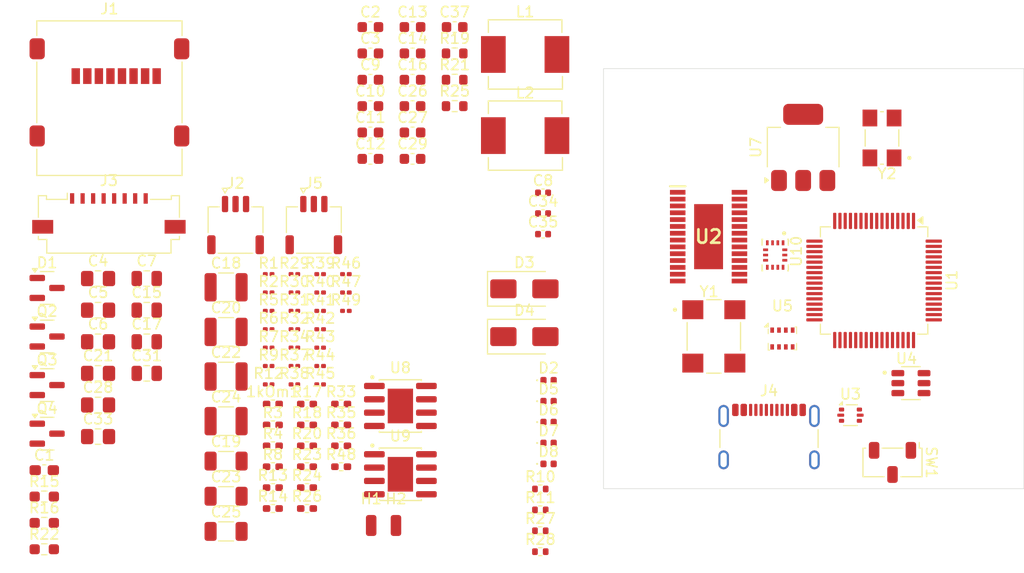
<source format=kicad_pcb>
(kicad_pcb (version 20240108) (generator "pcbnew") (generator_version "8.0")
  (layers (0 "F.Cu" signal "F.forward") (1 "In1.Cu" signal "In1.farward2") (2 "In2.Cu" signal "In2.gnd") (3 "In3.Cu" signal "In3.energy") (4 "In4.Cu" signal "In4.back2") (31 "B.Cu" signal "B.back") (34 "B.Paste" user) (35 "F.Paste" user) (36 "B.SilkS" user "B.Silkscreen") (37 "F.SilkS" user "F.Silkscreen") (38 "B.Mask" user) (39 "F.Mask" user) (44 "Edge.Cuts" user))
  (net 0 "")
  (net 1 "video in")
  (net 2 "<NO NET>")
  (net 3 "Net-(U1-PH0)")
  (net 4 "+5V")
  (net 5 "+3.3V")
  (net 6 "Net-(U2-VIN)")
  (net 7 "Earth")
  (net 8 "+28V")
  (net 9 "Net-(U8-COMP)")
  (net 10 "Net-(C19-Pad2)")
  (net 11 "Net-(D3-K)")
  (net 12 "Net-(U8-BST)")
  (net 13 "Net-(D6-A)")
  (net 14 "+BATT")
  (net 15 "Net-(U9-COMP)")
  (net 16 "Net-(C23-Pad2)")
  (net 17 "Net-(U9-BST)")
  (net 18 "Net-(D4-K)")
  (net 19 "+12V")
  (net 20 "Net-(U2-VOUT)")
  (net 21 "Net-(C28-Pad1)")
  (net 22 "Net-(C31-Pad1)")
  (net 23 "Net-(U2-SAG)")
  (net 24 "+5V USB")
  (net 25 "Net-(D2-A)")
  (net 26 "Net-(D5-K)")
  (net 27 "Net-(D6-K)")
  (net 28 "Net-(D7-K)")
  (net 29 "Net-(D8-K)")
  (net 30 "LED")
  (net 31 "Net-(Q3-C)")
  (net 33 "Flash MOSI")
  (net 34 "Flash SCK")
  (net 37 "Flash MISO")
  (net 41 "Flash CS")
  (net 42 "gnd")
  (net 43 "5v")
  (net 44 "cam1")
  (net 45 "ADC_CURR 1")
  (net 46 "Motor 4")
  (net 47 "RX4")
  (net 48 "Motor 2")
  (net 49 "Motor 1")
  (net 50 "GND")
  (net 51 "Motor 3")
  (net 53 "Net-(J4-CC1)")
  (net 54 "Net-(J4-CC2)")
  (net 55 "Net-(J4-D+-PadA6)")
  (net 57 "Net-(J4-D--PadA7)")
  (net 64 "cam2")
  (net 65 "Batt")
  (net 66 "Batt на VTX")
  (net 67 "Net-(Q2-G)")
  (net 68 "Net-(Q3-B)")
  (net 69 "Batt на digital VTX")
  (net 70 "Net-(Q4-G)")
  (net 71 "USB STAB 6")
  (net 72 "Net-(R1-Pad1)")
  (net 73 "Net-(R2-Pad1)")
  (net 74 "USB STAB4")
  (net 75 "Net-(SW1-A)")
  (net 76 "ADC_BATT 1")
  (net 77 "BEEPER")
  (net 78 "Video out")
  (net 79 "Switch cam")
  (net 80 "Net-(U4-IN)")
  (net 81 "Baro SDA")
  (net 82 "Baro SCL")
  (net 83 "Switch Analog vtx")
  (net 84 "Net-(U8-EN)")
  (net 85 "Net-(U8-FREQ)")
  (net 86 "Net-(U8-FB)")
  (net 87 "Net-(U9-EN)")
  (net 88 "Net-(U9-FREQ)")
  (net 89 "Net-(U9-FB)")
  (net 90 "Net-(U3-VBUS)")
  (net 91 "Switch digital vtx")
  (net 92 "Net-(U1-NRST)")
  (net 93 "Net-(U1-PC6)")
  (net 94 "Net-(U1-PB7)")
  (net 95 "SERVO2{slash}motor6")
  (net 96 "SERVO1{slash}motor5")
  (net 97 "Net-(U1-PB6)")
  (net 98 "SERVO4{slash}motor8")
  (net 99 "Net-(U1-PB4)")
  (net 100 "SERVO3{slash}motor7")
  (net 101 "Net-(U1-PB3)")
  (net 102 "Net-(U1-PC7)")
  (net 103 "Net-(U1-PC8)")
  (net 104 "Net-(U1-PC9)")
  (net 105 "Net-(U1-PA13)")
  (net 106 "SWDIO")
  (net 107 "Net-(U1-PA14)")
  (net 108 "SWCLK")
  (net 109 "ADC_BATT 2")
  (net 110 "Net-(SW1-B)")
  (net 111 "TX2")
  (net 112 "gyro CS")
  (net 113 "gyro MISO")
  (net 114 "RX5")
  (net 116 "RX2")
  (net 118 "PINIO1")
  (net 121 "OSD CS")
  (net 123 "RX3")
  (net 124 "gyro SCK")
  (net 125 "PINIO2")
  (net 126 "TX4")
  (net 127 "ADC_CURR 2")
  (net 129 "Net-(U1-PH1)")
  (net 130 "PINIO3")
  (net 131 "gyro MOSI")
  (net 132 "TX3")
  (net 133 "TX5")
  (net 135 "gyro int")
  (net 137 "Net-(U2-XFB)")
  (net 146 "Net-(U2-CLKIN)")
  (net 151 "vtx in")
  (footprint "Resistor_SMD:R_0201_0603Metric" (layer "F.Cu") (at 147.54 72.57)
    (property "Reference" "R41" (at 0 -1.05 0) (layer "F.SilkS"))
    (property "Value" "220OM")
    (pad "1" smd roundrect (at -0.32 0) (size 0.46 0.4) (layers "F.Cu" "F.Mask") (net 101 "Net-(U1-PB3)"))
    (pad "2" smd roundrect (at 0.32 0) (size 0.46 0.4) (layers "F.Cu" "F.Mask") (net 100 "SERVO3{slash}motor7"))
  )
  (footprint "Capacitor_SMD:C_0603_1608Metric" (layer "F.Cu") (at 156.33 50.56)
    (property "Reference" "C16" (at 0 -1.43 0) (layer "F.SilkS"))
    (property "Value" "0.1мкФ 10v")
    (pad "1" smd roundrect (at -0.775 0) (size 0.9 0.95) (layers "F.Cu" "F.Paste" "F.Mask") (net 5 "+3.3V"))
    (pad "2" smd roundrect (at 0.775 0) (size 0.9 0.95) (layers "F.Cu" "F.Paste" "F.Mask") (net 2 "<NO NET>"))
  )
  (footprint "Capacitor_SMD:C_1206_3216Metric" (layer "F.Cu") (at 138.59 93.57)
    (property "Reference" "C25" (at 0 -1.85 0) (layer "F.SilkS"))
    (property "Value" "22uF 20-25V")
    (pad "1" smd roundrect (at -1.475 0) (size 1.15 1.8) (layers "F.Cu" "F.Paste" "F.Mask") (roundrect_rratio 0.217391) (net 19 "+12V"))
    (pad "2" smd roundrect (at 1.475 0) (size 1.15 1.8) (layers "F.Cu" "F.Paste" "F.Mask") (roundrect_rratio 0.217391) (net 7 "Earth"))
  )
  (footprint "Capacitor_SMD:C_1210_3225Metric" (layer "F.Cu") (at 138.59 74.57)
    (property "Reference" "C20" (at 0 -2.3 0) (layer "F.SilkS"))
    (property "Value" "100nF 50V")
    (pad "1" smd roundrect (at -1.475 0) (size 1.15 2.7) (layers "F.Cu" "F.Paste" "F.Mask") (roundrect_rratio 0.217391) (net 11 "Net-(D3-K)"))
    (pad "2" smd roundrect (at 1.475 0) (size 1.15 2.7) (layers "F.Cu" "F.Paste" "F.Mask") (roundrect_rratio 0.217391) (net 12 "Net-(U8-BST)"))
  )
  (footprint "Resistor_SMD:R_0402_1005Metric" (layer "F.Cu") (at 168.49 93.51)
    (property "Reference" "R27" (at 0 -1.17 0) (layer "F.SilkS"))
    (property "Value" "5.1kOm")
    (pad "1" smd roundrect (at -0.51 0) (size 0.54 0.64) (layers "F.Cu" "F.Paste" "F.Mask") (net 53 "Net-(J4-CC1)"))
    (pad "2" smd roundrect (at 0.51 0) (size 0.54 0.64) (layers "F.Cu" "F.Paste" "F.Mask") (net 7 "Earth"))
  )
  (footprint "Resistor_SMD:R_0603_1608Metric_Pad0.98x0.95mm_HandSolder" (layer "F.Cu") (at 121.29 95.27)
    (property "Reference" "R22" (at 0 -1.43 0) (layer "F.SilkS"))
    (property "Value" "200кОМ")
    (pad "1" smd roundrect (at -0.9125 0) (size 0.975 0.95) (layers "F.Cu" "F.Paste" "F.Mask") (net 7 "Earth"))
    (pad "2" smd roundrect (at 0.9125 0) (size 0.975 0.95) (layers "F.Cu" "F.Paste" "F.Mask") (net 88 "Net-(U9-FREQ)"))
  )
  (footprint "MountingHole:MountingHole_3.2mm_M3" (layer "F.Cu") (at 210 54)
    (property "Reference" "REF**" (hide yes))
    (property "Value" "MountingHole_3.2mm_M3" (hide yes))
    (pad "" np_thru_hole circle (at 0 0) (size 3.2 3.2) (drill 3.2) (layers "*.Cu" "*.Mask"))
  )
  (footprint "Resistor_SMD:R_0201_0603Metric" (layer "F.Cu") (at 145.09 76.07)
    (property "Reference" "R34" (at 0 -1.05 0) (layer "F.SilkS"))
    (property "Value" "1k")
    (pad "1" smd roundrect (at -0.32 0) (size 0.46 0.4) (layers "F.Cu" "F.Mask") (net 91 "Switch digital vtx"))
    (pad "2" smd roundrect (at 0.32 0) (size 0.46 0.4) (layers "F.Cu" "F.Mask") (net 70 "Net-(Q4-G)"))
  )
  (footprint "Connector_Wire:SolderWirePad_1x01_SMD_1x2mm" (layer "F.Cu") (at 152.395 93.005)
    (property "Reference" "H1" (at 0 -2.54 0) (layer "F.SilkS"))
    (property "Value" "beep+")
    (pad "1" smd roundrect (at 0 0) (size 1 2) (layers "F.Cu" "F.Paste" "F.Mask") (net 4 "+5V"))
  )
  (footprint "Capacitor_SMD:C_0603_1608Metric" (layer "F.Cu") (at 152.32 48.05)
    (property "Reference" "C3" (at 0 -1.43 0) (layer "F.SilkS"))
    (property "Value" "100nF 6 v")
    (pad "1" smd roundrect (at -0.775 0) (size 0.9 0.95) (layers "F.Cu" "F.Paste" "F.Mask") (net 5 "+3.3V"))
    (pad "2" smd roundrect (at 0.775 0) (size 0.9 0.95) (layers "F.Cu" "F.Paste" "F.Mask") (net 2 "<NO NET>"))
  )
  (footprint "Package_TO_SOT_SMD:SOT-23" (layer "F.Cu") (at 121.56 79.635)
    (property "Reference" "Q3" (at 0 -2.4 0) (layer "F.SilkS"))
    (property "Value" "MMBT2222A")
    (pad "1" smd roundrect (at -0.9375 -0.95) (size 1.475 0.6) (layers "F.Cu" "F.Paste" "F.Mask") (net 68 "Net-(Q3-B)"))
    (pad "2" smd roundrect (at -0.9375 0.95) (size 1.475 0.6) (layers "F.Cu" "F.Paste" "F.Mask") (net 50 "GND"))
    (pad "3" smd roundrect (at 0.9375 0) (size 1.475 0.6) (layers "F.Cu" "F.Paste" "F.Mask") (net 31 "Net-(Q3-C)"))
  )
  (footprint "Resistor_SMD:R_0402_1005Metric" (layer "F.Cu") (at 168.49 91.52)
    (property "Reference" "R11" (at 0 -1.17 0) (layer "F.SilkS"))
    (property "Value" "4.7K")
    (pad "1" smd roundrect (at -0.51 0) (size 0.54 0.64) (layers "F.Cu" "F.Paste" "F.Mask") (net 5 "+3.3V"))
    (pad "2" smd roundrect (at 0.51 0) (size 0.54 0.64) (layers "F.Cu" "F.Paste" "F.Mask") (net 82 "Baro SCL"))
  )
  (footprint "Capacitor_SMD:C_0805_2012Metric_Pad1.18x1.45mm_HandSolder" (layer "F.Cu") (at 126.41 84.54)
    (property "Reference" "C33" (at 0 -1.68 0) (layer "F.SilkS"))
    (property "Value" "22uF 20V")
    (pad "1" smd roundrect (at -1.0375 0) (size 1.175 1.45) (layers "F.Cu" "F.Paste" "F.Mask") (roundrect_rratio 0.212766) (net 21 "Net-(C28-Pad1)"))
    (pad "2" smd roundrect (at 1.0375 0) (size 1.175 1.45) (layers "F.Cu" "F.Paste" "F.Mask") (roundrect_rratio 0.212766) (net 23 "Net-(U2-SAG)"))
  )
  (footprint "Capacitor_SMD:C_1210_3225Metric" (layer "F.Cu") (at 138.59 70.32)
    (property "Reference" "C18" (at 0 -2.3 0) (layer "F.SilkS"))
    (property "Value" "10uF 50V")
    (pad "1" smd roundrect (at -1.475 0) (size 1.15 2.7) (layers "F.Cu" "F.Paste" "F.Mask") (roundrect_rratio 0.217391) (net 8 "+28V"))
    (pad "2" smd roundrect (at 1.475 0) (size 1.15 2.7) (layers "F.Cu" "F.Paste" "F.Mask") (roundrect_rratio 0.217391) (net 7 "Earth"))
  )
  (footprint "Package_TO_SOT_SMD:SOT-23" (layer "F.Cu") (at 121.56 70.385)
    (property "Reference" "D1" (at 0 -2.4 0) (layer "F.SilkS"))
    (property "Value" "BAT54C")
    (pad "1" smd roundrect (at -0.9375 -0.95) (size 1.475 0.6) (layers "F.Cu" "F.Paste" "F.Mask") (net 24 "+5V USB"))
    (pad "2" smd roundrect (at -0.9375 0.95) (size 1.475 0.6) (layers "F.Cu" "F.Paste" "F.Mask") (net 4 "+5V"))
    (pad "3" smd roundrect (at 0.9375 0) (size 1.475 0.6) (layers "F.Cu" "F.Paste" "F.Mask") (net 4 "+5V"))
  )
  (footprint "Package_TO_SOT_SMD:SOT-666" (layer "F.Cu") (at 198 82.5)
    (property "Reference" "U3" (at 0 -2 0) (layer "F.SilkS"))
    (property "Value" "USBLC6-2P6" (hide yes))
    (pad "1" smd roundrect (at -0.85 -0.5375) (size 0.5 0.375) (layers "F.Cu" "F.Paste" "F.Mask") (net 57 "Net-(J4-D--PadA7)"))
    (pad "2" smd roundrect (at -0.925 0) (size 0.65 0.3) (layers "F.Cu" "F.Paste" "F.Mask") (net 7 "Earth"))
    (pad "3" smd roundrect (at -0.85 0.5375) (size 0.5 0.375) (layers "F.Cu" "F.Paste" "F.Mask") (net 55 "Net-(J4-D+-PadA6)"))
    (pad "4" smd roundrect (at 0.85 0.5375) (size 0.5 0.375) (layers "F.Cu" "F.Paste" "F.Mask") (net 73 "Net-(R2-Pad1)"))
    (pad "5" smd roundrect (at 0.925 0) (size 0.65 0.3) (layers "F.Cu" "F.Paste" "F.Mask") (net 90 "Net-(U3-VBUS)"))
    (pad "6" smd roundrect (at 0.85 -0.5375) (size 0.5 0.375) (layers "F.Cu" "F.Paste" "F.Mask") (net 72 "Net-(R1-Pad1)"))
  )
  (footprint "Package_TO_SOT_SMD:SOT-23" (layer "F.Cu") (at 121.56 84.26)
    (property "Reference" "Q4" (at 0 -2.4 0) (layer "F.SilkS"))
    (property "Value" "AO3401A")
    (pad "1" smd roundrect (at -0.9375 -0.95) (size 1.475 0.6) (layers "F.Cu" "F.Paste" "F.Mask") (net 70 "Net-(Q4-G)"))
    (pad "2" smd roundrect (at -0.9375 0.95) (size 1.475 0.6) (layers "F.Cu" "F.Paste" "F.Mask") (net 65 "Batt"))
    (pad "3" smd roundrect (at 0.9375 0) (size 1.475 0.6) (layers "F.Cu" "F.Paste" "F.Mask") (net 69 "Batt на digital VTX"))
  )
  (footprint "Capacitor_SMD:C_0603_1608Metric" (layer "F.Cu") (at 156.33 45.54)
    (property "Reference" "C13" (at 0 -1.43 0) (layer "F.SilkS"))
    (property "Value" "0.1uF 5v")
    (pad "1" smd roundrect (at -0.775 0) (size 0.9 0.95) (layers "F.Cu" "F.Paste" "F.Mask") (net 5 "+3.3V"))
    (pad "2" smd roundrect (at 0.775 0) (size 0.9 0.95) (layers "F.Cu" "F.Paste" "F.Mask") (net 2 "<NO NET>"))
  )
  (footprint "Resistor_SMD:R_0402_1005Metric_Pad0.72x0.64mm_HandSolder" (layer "F.Cu") (at 149.54 81.44)
    (property "Reference" "R33" (at 0 -1.17 0) (layer "F.SilkS"))
    (property "Value" "10k")
    (pad "1" smd roundrect (at -0.5975 0) (size 0.715 0.64) (layers "F.Cu" "F.Paste" "F.Mask") (net 65 "Batt"))
    (pad "2" smd roundrect (at 0.5975 0) (size 0.715 0.64) (layers "F.Cu" "F.Paste" "F.Mask") (net 67 "Net-(Q2-G)"))
  )
  (footprint "Capacitor_SMD:C_0805_2012Metric" (layer "F.Cu") (at 131.04 72.5)
    (property "Reference" "C15" (at 0 -1.68 0) (layer "F.SilkS"))
    (property "Value" "10мкФ 10V")
    (pad "1" smd roundrect (at -0.95 0) (size 1 1.45) (layers "F.Cu" "F.Paste" "F.Mask") (net 4 "+5V"))
    (pad "2" smd roundrect (at 0.95 0) (size 1 1.45) (layers "F.Cu" "F.Paste" "F.Mask") (net 2 "<NO NET>"))
  )
  (footprint "Capacitor_SMD:C_0603_1608Metric" (layer "F.Cu") (at 152.32 53.07)
    (property "Reference" "C10" (at 0 -1.43 0) (layer "F.SilkS"))
    (property "Value" "1uF 6v")
    (pad "1" smd roundrect (at -0.775 0) (size 0.9 0.95) (layers "F.Cu" "F.Paste" "F.Mask") (net 5 "+3.3V"))
    (pad "2" smd roundrect (at 0.775 0) (size 0.9 0.95) (layers "F.Cu" "F.Paste" "F.Mask") (net 2 "<NO NET>"))
  )
  (footprint "Capacitor_SMD:C_0805_2012Metric_Pad1.18x1.45mm_HandSolder" (layer "F.Cu") (at 126.41 78.52)
    (property "Reference" "C21" (at 0 -1.68 0) (layer "F.SilkS"))
    (property "Value" "47uF 10V")
    (pad "1" smd roundrect (at -1.0375 0) (size 1.175 1.45) (layers "F.Cu" "F.Paste" "F.Mask") (roundrect_rratio 0.212766) (net 13 "Net-(D6-A)"))
    (pad "2" smd roundrect (at 1.0375 0) (size 1.175 1.45) (layers "F.Cu" "F.Paste" "F.Mask") (roundrect_rratio 0.212766) (net 7 "Earth"))
  )
  (footprint "Resistor_SMD:R_0402_1005Metric_Pad0.72x0.64mm_HandSolder" (layer "F.Cu") (at 146.29 85.42)
    (property "Reference" "R20" (at 0 -1.17 0) (layer "F.SilkS"))
    (property "Value" "24.9kOm")
    (pad "1" smd roundrect (at -0.5975 0) (size 0.715 0.64) (layers "F.Cu" "F.Paste" "F.Mask") (net 7 "Earth"))
    (pad "2" smd roundrect (at 0.5975 0) (size 0.715 0.64) (layers "F.Cu" "F.Paste" "F.Mask") (net 87 "Net-(U9-EN)"))
  )
  (footprint "MP1584EN:SOIC127P600X170-9N" (layer "F.Cu") (at 155.175 81.625)
    (property "Reference" "U8" (at 0 -3.64 0) (layer "F.SilkS"))
    (property "Value" "~")
    (pad "1" smd roundrect (at -2.475 -1.905) (size 1.97 0.6) (layers "F.Cu" "F.Paste" "F.Mask") (roundrect_rratio 0.27) (net 11 "Net-(D3-K)"))
    (pad "2" smd roundrect (at -2.475 -0.635) (size 1.97 0.6) (layers "F.Cu" "F.Paste" "F.Mask") (roundrect_rratio 0.27) (net 84 "Net-(U8-EN)"))
    (pad "3" smd roundrect (at -2.475 0.635) (size 1.97 0.6) (layers "F.Cu" "F.Paste" "F.Mask") (roundrect_rratio 0.27) (net 9 "Net-(U8-COMP)"))
    (pad "4" smd roundrect (at -2.475 1.905) (size 1.97 0.6) (layers "F.Cu" "F.Paste" "F.Mask") (roundrect_rratio 0.27) (net 86 "Net-(U8-FB)"))
    (pad "5" smd roundrect (at 2.475 1.905) (size 1.97 0.6) (layers "F.Cu" "F.Paste" "F.Mask") (roundrect_rratio 0.27) (net 7 "Earth"))
    (pad "6" smd roundrect (at 2.475 0.635) (size 1.97 0.6) (layers "F.Cu" "F.Paste" "F.Mask") (roundrect_rratio 0.27) (net 85 "Net-(U8-FREQ)"))
    (pad "7" smd roundrect (at 2.475 -0.635) (size 1.97 0.6) (layers "F.Cu" "F.Paste" "F.Mask") (roundrect_rratio 0.27) (net 8 "+28V"))
    (pad "8" smd roundrect (at 2.475 -1.905) (size 1.97 0.6) (layers "F.Cu" "F.Paste" "F.Mask") (roundrect_rratio 0.27) (net 12 "Net-(U8-BST)"))
    (pad "9" smd rect (at 0 0) (size 2.41 3.3) (layers "F.Cu" "F.Paste" "F.Mask"))
  )
  (footprint "Resistor_SMD:R_0201_0603Metric" (layer "F.Cu") (at 145.09 77.82)
    (property "Reference" "R37" (at 0 -1.05 0) (layer "F.SilkS"))
    (property "Value" "220OM")
    (pad "1" smd roundrect (at -0.32 0) (size 0.46 0.4) (layers "F.Cu" "F.Mask") (net 46 "Motor 4"))
    (pad "2" smd roundrect (at 0.32 0) (size 0.46 0.4) (layers "F.Cu" "F.Mask") (net 93 "Net-(U1-PC6)"))
  )
  (footprint "LED_SMD:LED_0402_1005Metric" (layer "F.Cu") (at 169.275 79.18)
    (property "Reference" "D2" (at 0 -1.17 0) (layer "F.SilkS"))
    (property "Value" "LED")
    (pad "1" smd roundrect (at -0.485 0) (size 0.59 0.64) (layers "F.Cu" "F.Paste" "F.Mask") (net 2 "<NO NET>"))
    (pad "2" smd roundrect (at 0.485 0) (size 0.59 0.64) (layers "F.Cu" "F.Paste" "F.Mask") (net 25 "Net-(D2-A)"))
  )
  (footprint "Capacitor_SMD:C_0805_2012Metric" (layer "F.Cu") (at 131.04 69.49)
    (property "Reference" "C7" (at 0 -1.68 0) (layer "F.SilkS"))
    (property "Value" "0.1uF 20v")
    (pad "1" smd roundrect (at -0.95 0) (size 1 1.45) (layers "F.Cu" "F.Paste" "F.Mask") (net 1 "video in"))
    (pad "2" smd roundrect (at 0.95 0) (size 1 1.45) (layers "F.Cu" "F.Paste" "F.Mask") (net 6 "Net-(U2-VIN)"))
  )
  (footprint "Resistor_SMD:R_0201_0603Metric" (layer "F.Cu") (at 142.64 76.07)
    (property "Reference" "R7" (at 0 -1.05 0) (layer "F.SilkS"))
    (property "Value" "75")
    (pad "1" smd roundrect (at -0.32 0) (size 0.46 0.4) (layers "F.Cu" "F.Mask") (net 78 "Video out"))
    (pad "2" smd roundrect (at 0.32 0) (size 0.46 0.4) (layers "F.Cu" "F.Mask") (net 21 "Net-(C28-Pad1)"))
  )
  (footprint "Button_Switch_SMD:Nidec_Copal_CAS-120A" (layer "F.Cu") (at 202 87 -90)
    (property "Reference" "SW1" (at 0 -3.7 -90) (layer "F.SilkS"))
    (property "Value" "SW_Nidec_CAS-120A1")
    (pad "1" smd roundrect (at -1.15 -1.75 180) (size 1 1.6) (layers "F.Cu" "F.Paste" "F.Mask") (net 5 "+3.3V"))
    (pad "2" smd roundrect (at 1.15 0 180) (size 1 1.6) (layers "F.Cu" "F.Paste" "F.Mask") (net 110 "Net-(SW1-B)"))
    (pad "3" smd roundrect (at -1.15 1.75 180) (size 1 1.6) (layers "F.Cu" "F.Paste" "F.Mask") (net 75 "Net-(SW1-A)"))
  )
  (footprint "Resistor_SMD:R_0402_1005Metric" (layer "F.Cu") (at 168.49 89.53)
    (property "Reference" "R10" (at 0 -1.17 0) (layer "F.SilkS"))
    (property "Value" "4.7K")
    (pad "1" smd roundrect (at -0.51 0) (size 0.54 0.64) (layers "F.Cu" "F.Paste" "F.Mask") (net 5 "+3.3V"))
    (pad "2" smd roundrect (at 0.51 0) (size 0.54 0.64) (layers "F.Cu" "F.Paste" "F.Mask") (net 81 "Baro SDA"))
  )
  (footprint "Capacitor_SMD:C_1210_3225Metric" (layer "F.Cu") (at 138.59 83.07)
    (property "Reference" "C24" (at 0 -2.3 0) (layer "F.SilkS"))
    (property "Value" "100nF 50V")
    (pad "1" smd roundrect (at -1.475 0) (size 1.15 2.7) (layers "F.Cu" "F.Paste" "F.Mask") (roundrect_rratio 0.217391) (net 18 "Net-(D4-K)"))
    (pad "2" smd roundrect (at 1.475 0) (size 1.15 2.7) (layers "F.Cu" "F.Paste" "F.Mask") (roundrect_rratio 0.217391) (net 17 "Net-(U9-BST)"))
  )
  (footprint "Capacitor_SMD:C_0603_1608Metric" (layer "F.Cu") (at 156.33 48.05)
    (property "Reference" "C14" (at 0 -1.43 0) (layer "F.SilkS"))
    (property "Value" "0.1мкФ 10v")
    (pad "1" smd roundrect (at -0.775 0) (size 0.9 0.95) (layers "F.Cu" "F.Paste" "F.Mask") (net 4 "+5V"))
    (pad "2" smd roundrect (at 0.775 0) (size 0.9 0.95) (layers "F.Cu" "F.Paste" "F.Mask") (net 2 "<NO NET>"))
  )
  (footprint "Capacitor_SMD:C_0603_1608Metric" (layer "F.Cu") (at 152.32 45.54)
    (property "Reference" "C2" (at 0 -1.43 0) (layer "F.SilkS"))
    (property "Value" "100nF 10v")
    (pad "1" smd roundrect (at -0.775 0) (size 0.9 0.95) (layers "F.Cu" "F.Paste" "F.Mask") (net 4 "+5V"))
    (pad "2" smd roundrect (at 0.775 0) (size 0.9 0.95) (layers "F.Cu" "F.Paste" "F.Mask") (net 2 "<NO NET>"))
  )
  (footprint "Resistor_SMD:R_0201_0603Metric" (layer "F.Cu") (at 149.99 69.07)
    (property "Reference" "R46" (at 0 -1.05 0) (layer "F.SilkS"))
    (property "Value" "220OM")
    (pad "1" smd roundrect (at -0.32 0) (size 0.46 0.4) (layers "F.Cu" "F.Mask") (net 107 "Net-(U1-PA14)"))
    (pad "2" smd roundrect (at 0.32 0) (size 0.46 0.4) (layers "F.Cu" "F.Mask") (net 108 "SWCLK"))
  )
  (footprint "Resistor_SMD:R_0201_0603Metric" (layer "F.Cu") (at 142.64 70.82)
    (property "Reference" "R2" (at 0 -1.05 0) (layer "F.SilkS"))
    (property "Value" "220OM")
    (pad "1" smd roundrect (at -0.32 0) (size 0.46 0.4) (layers "F.Cu" "F.Mask") (net 73 "Net-(R2-Pad1)"))
    (pad "2" smd roundrect (at 0.32 0) (size 0.46 0.4) (layers "F.Cu" "F.Mask") (net 74 "USB STAB4"))
  )
  (footprint "Resistor_SMD:R_0402_1005Metric_Pad0.72x0.64mm_HandSolder" (layer "F.Cu") (at 143.04 91.39)
    (property "Reference" "R14" (at 0 -1.17 0) (layer "F.SilkS"))
    (property "Value" "24.9kOm")
    (pad "1" smd roundrect (at -0.5975 0) (size 0.715 0.64) (layers "F.Cu" "F.Paste" "F.Mask") (net 7 "Earth"))
    (pad "2" smd roundrect (at 0.5975 0) (size 0.715 0.64) (layers "F.Cu" "F.Paste" "F.Mask") (net 84 "Net-(U8-EN)"))
  )
  (footprint "Resistor_SMD:R_0201_0603Metric" (layer "F.Cu") (at 147.54 69.07)
    (property "Reference" "R39" (at 0 -1.05 0) (layer "F.SilkS"))
    (property "Value" "220OM")
    (pad "1" smd roundrect (at -0.32 0) (size 0.46 0.4) (layers "F.Cu" "F.Mask") (net 97 "Net-(U1-PB6)"))
    (pad "2" smd roundrect (at 0.32 0) (size 0.46 0.4) (layers "F.Cu" "F.Mask") (net 96 "SERVO1{slash}motor5"))
  )
  (footprint "Resistor_SMD:R_0201_0603Metric" (layer "F.Cu") (at 147.54 76.07)
    (property "Reference" "R43" (at 0 -1.05 0) (layer "F.SilkS"))
    (property "Value" "220OM")
    (pad "1" smd roundrect (at -0.32 0) (size 0.46 0.4) (layers "F.Cu" "F.Mask") (net 48 "Motor 2"))
    (pad "2" smd roundrect (at 0.32 0) (size 0.46 0.4) (layers "F.Cu" "F.Mask") (net 103 "Net-(U1-PC8)"))
  )
  (footprint "Capacitor_SMD:C_0603_1608Metric" (layer "F.Cu") (at 160.34 45.54)
    (property "Reference" "C37" (at 0 -1.43 0) (layer "F.SilkS"))
    (property "Value" "10nF 6V")
    (pad "1" smd roundrect (at -0.775 0) (size 0.9 0.95) (layers "F.Cu" "F.Paste" "F.Mask") (net 5 "+3.3V"))
    (pad "2" smd roundrect (at 0.775 0) (size 0.9 0.95) (layers "F.Cu" "F.Paste" "F.Mask") (net 7 "Earth"))
  )
  (footprint "MountingHole:MountingHole_3.2mm_M3" (layer "F.Cu") (at 179.5 54)
    (property "Reference" "REF**" (hide yes))
    (property "Value" "MountingHole_3.2mm_M3" (hide yes))
    (pad "" np_thru_hole circle (at 0 0) (size 3.2 3.2) (drill 3.2) (layers "*.Cu" "*.Mask"))
  )
  (footprint "Resistor_SMD:R_0603_1608Metric" (layer "F.Cu") (at 160.34 53.07)
    (property "Reference" "R25" (at 0 -1.43 0) (layer "F.SilkS"))
    (property "Value" "120 kOm")
    (pad "1" smd roundrect (at -0.825 0) (size 0.8 0.95) (layers "F.Cu" "F.Paste" "F.Mask") (net 19 "+12V"))
    (pad "2" smd roundrect (at 0.825 0) (size 0.8 0.95) (layers "F.Cu" "F.Paste" "F.Mask") (net 89 "Net-(U9-FB)"))
  )
  (footprint "MountingHole:MountingHole_3.2mm_M3" (layer "F.Cu") (at 210 84.5)
    (property "Reference" "REF**" (hide yes))
    (property "Value" "MountingHole_3.2mm_M3" (hide yes))
    (pad "" np_thru_hole circle (at 0 0) (size 3.2 3.2) (drill 3.2) (layers "*.Cu" "*.Mask"))
  )
  (footprint "Capacitor_SMD:C_0603_1608Metric" (layer "F.Cu") (at 156.33 58.09)
    (property "Reference" "C29" (at 0 -1.43 0) (layer "F.SilkS"))
    (property "Value" "100nF 6 v")
    (pad "1" smd roundrect (at -0.775 0) (size 0.9 0.95) (layers "F.Cu" "F.Paste" "F.Mask") (net 5 "+3.3V"))
    (pad "2" smd roundrect (at 0.775 0) (size 0.9 0.95) (layers "F.Cu" "F.Paste" "F.Mask") (net 2 "<NO NET>"))
  )
  (footprint "Resistor_SMD:R_0402_1005Metric_Pad0.72x0.64mm_HandSolder" (layer "F.Cu") (at 143.04 83.43)
    (property "Reference" "R3" (at 0 -1.17 0) (layer "F.SilkS"))
    (property "Value" "10kOm")
    (pad "1" smd roundrect (at -0.5975 0) (size 0.715 0.64) (layers "F.Cu" "F.Paste" "F.Mask") (net 75 "Net-(SW1-A)"))
    (pad "2" smd roundrect (at 0.5975 0) (size 0.715 0.64) (layers "F.Cu" "F.Paste" "F.Mask") (net 2 "<NO NET>"))
  )
  (footprint "Resistor_SMD:R_0402_1005Metric_Pad0.72x0.64mm_HandSolder" (layer "F.Cu") (at 146.29 87.41)
    (property "Reference" "R23" (at 0 -1.17 0) (layer "F.SilkS"))
    (property "Value" "10kOm")
    (pad "1" smd roundrect (at -0.5975 0) (size 0.715 0.64) (layers "F.Cu" "F.Paste" "F.Mask") (net 7 "Earth"))
    (pad "2" smd roundrect (at 0.5975 0) (size 0.715 0.64) (layers "F.Cu" "F.Paste" "F.Mask") (net 89 "Net-(U9-FB)"))
  )
  (footprint "Resistor_SMD:R_0603_1608Metric_Pad0.98x0.95mm_HandSolder" (layer "F.Cu") (at 121.29 90.25)
    (property "Reference" "R15" (at 0 -1.43 0) (layer "F.SilkS"))
    (property "Value" "100кОМ")
    (pad "1" smd roundrect (at -0.9125 0) (size 0.975 0.95) (layers "F.Cu" "F.Paste" "F.Mask") (net 8 "+28V"))
    (pad "2" smd roundrect (at 0.9125 0) (size 0.975 0.95) (layers "F.Cu" "F.Paste" "F.Mask") (net 84 "Net-(U8-EN)"))
  )
  (footprint "Capacitor_SMD:C_0603_1608Metric" (layer "F.Cu") (at 152.32 55.58)
    (property "Reference" "C11" (at 0 -1.43 0) (layer "F.SilkS"))
    (property "Value" "100nF 6 v")
    (pad "1" smd roundrect (at -0.775 0) (size 0.9 0.95) (layers "F.Cu" "F.Paste" "F.Mask") (net 5 "+3.3V"))
    (pad "2" smd roundrect (at 0.775 0) (size 0.9 0.95) (layers "F.Cu" "F.Paste" "F.Mask") (net 2 "<NO NET>"))
  )
  (footprint "Resistor_SMD:R_0402_1005Metric_Pad0.72x0.64mm_HandSolder" (layer "F.Cu") (at 146.29 89.4)
    (property "Reference" "R24" (at 0 -1.17 0) (layer "F.SilkS"))
    (property "Value" "68.1kOm")
    (pad "1" smd roundrect (at -0.5975 0) (size 0.715 0.64) (layers "F.Cu" "F.Paste" "F.Mask") (net 7 "Earth"))
    (pad "2" smd roundrect (at 0.5975 0) (size 0.715 0.64) (layers "F.Cu" "F.Paste" "F.Mask") (net 16 "Net-(C23-Pad2)"))
  )
  (footprint "Resistor_SMD:R_0603_1608Metric" (layer "F.Cu") (at 160.34 50.56)
    (property "Reference" "R21" (at 0 -1.43 0) (layer "F.SilkS"))
    (property "Value" "100кОМ")
    (pad "1" smd roundrect (at -0.825 0) (size 0.8 0.95) (layers "F.Cu" "F.Paste" "F.Mask") (net 14 "+BATT"))
    (pad "2" smd roundrect (at 0.825 0) (size 0.8 0.95) (layers "F.Cu" "F.Paste" "F.Mask") (net 87 "Net-(U9-EN)"))
  )
  (footprint "Connector_Card:microSD_HC_Molex_47219-2001" (layer "F.Cu") (at 127.49 52.31)
    (property "Reference" "J1" (at 0 -8.5 0) (layer "F.SilkS"))
    (property "Value" "Micro_SD_Card")
    (pad "1" smd rect (at -3.205 -2.1) (size 0.8 1.5) (layers "F.Cu" "F.Paste" "F.Mask"))
    (pad "2" smd rect (at -2.105 -2.1) (size 0.8 1.5) (layers "F.Cu" "F.Paste" "F.Mask") (net 41 "Flash CS"))
    (pad "3" smd rect (at -1.005 -2.1) (size 0.8 1.5) (layers "F.Cu" "F.Paste" "F.Mask") (net 33 "Flash MOSI"))
    (pad "4" smd rect (at 0.095 -2.1) (size 0.8 1.5) (layers "F.Cu" "F.Paste" "F.Mask") (net 5 "+3.3V"))
    (pad "5" smd rect (at 1.195 -2.1) (size 0.8 1.5) (layers "F.Cu" "F.Paste" "F.Mask") (net 34 "Flash SCK"))
    (pad "6" smd rect (at 2.295 -2.1) (size 0.8 1.5) (layers "F.Cu" "F.Paste" "F.Mask") (net 2 "<NO NET>"))
    (pad "7" smd rect (at 3.395 -2.1) (size 0.8 1.5) (layers "F.Cu" "F.Paste" "F.Mask") (net 37 "Flash MISO"))
    (pad "8" smd rect (at 4.495 -2.1) (size 0.8 1.5) (layers "F.Cu" "F.Paste" "F.Mask"))
    (pad "9" smd roundrect (at -6.875 -4.7) (size 1.45 2) (layers "F.Cu" "F.Paste" "F.Mask"))
    (pad "9" smd roundrect (at -6.875 3.6) (size 1.45 2) (layers "F.Cu" "F.Paste" "F.Mask"))
    (pad "9" smd roundrect (at 6.875 -4.7) (size 1.45 2) (layers "F.Cu" "F.Paste" "F.Mask"))
    (pad "9" smd roundrect (at 6.875 3.6) (size 1.45 2) (layers "F.Cu" "F.Paste" "F.Mask"))
  )
  (footprint "Capacitor_SMD:C_0805_2012Metric_Pad1.18x1.45mm_HandSolder" (layer "F.Cu") (at 126.41 75.51)
    (property "Reference" "C6" (at 0 -1.68 0) (layer "F.SilkS"))
    (property "Value" "0.1uF 10v")
    (pad "1" smd roundrect (at -1.0375 0) (size 1.175 1.45) (layers "F.Cu" "F.Paste" "F.Mask") (roundrect_rratio 0.212766) (net 2 "<NO NET>"))
    (pad "2" smd roundrect (at 1.0375 0) (size 1.175 1.45) (layers "F.Cu" "F.Paste" "F.Mask") (roundrect_rratio 0.212766) (net 4 "+5V"))
  )
  (footprint "Connector_Samtec_MicroMate:Samtec_T1M-03-X-S-RA_1x03-1MP_P1.0mm_Terminal_Horizontal" (layer "F.Cu") (at 139.49 64.495)
    (property "Reference" "J2" (at 0 -4.08 0) (layer "F.SilkS"))
    (property "Value" "cam1")
    (pad "1" smd roundrect (at -1 -2.1) (size 0.6 1.55) (layers "F.Cu" "F.Paste" "F.Mask") (net 44 "cam1"))
    (pad "2" smd roundrect (at 0 -2.1) (size 0.6 1.55) (layers "F.Cu" "F.Paste" "F.Mask") (net 42 "gnd"))
    (pad "3" smd roundrect (at 1 -2.1) (size 0.6 1.55) (layers "F.Cu" "F.Paste" "F.Mask") (net 43 "5v"))
    (pad "MP" smd roundrect (at -2.3 1.775) (size 0.8 1.8) (layers "F.Cu" "F.Paste" "F.Mask"))
    (pad "MP" smd roundrect (at 2.3 1.775) (size 0.8 1.8) (layers "F.Cu" "F.Paste" "F.Mask"))
  )
  (footprint "Resistor_SMD:R_0201_0603Metric" (layer "F.Cu") (at 147.54 74.32)
    (property "Reference" "R42" (at 0 -1.05 0) (layer "F.SilkS"))
    (property "Value" "220OM")
    (pad "1" smd roundrect (at -0.32 0) (size 0.46 0.4) (layers "F.Cu" "F.Mask") (net 51 "Motor 3"))
    (pad "2" smd roundrect (at 0.32 0) (size 0.46 0.4) (layers "F.Cu" "F.Mask") (net 102 "Net-(U1-PC7)"))
  )
  (footprint "Diode_SMD:D_SMA" (layer "F.Cu") (at 166.975 70.47)
    (property "Reference" "D3" (at 0 -2.5 0) (layer "F.SilkS"))
    (property "Value" "SS34")
    (pad "1" smd roundrect (at -2 0) (size 2.5 1.8) (layers "F.Cu" "F.Paste" "F.Mask") (roundrect_rratio 0.1388888889) (net 11 "Net-(D3-K)"))
    (pad "2" smd roundrect (at 2 0) (size 2.5 1.8) (layers "F.Cu" "F.Paste" "F.Mask") (roundrect_rratio 0.1388888889) (net 7 "Earth"))
  )
  (footprint "LED_SMD:LED_0402_1005Metric" (layer "F.Cu") (at 169.275 85.15)
    (property "Reference" "D7" (at 0 -1.17 0) (layer "F.SilkS"))
    (property "Value" "LED")
    (pad "1" smd roundrect (at -0.485 0) (size 0.59 0.64) (layers "F.Cu" "F.Paste" "F.Mask") (net 28 "Net-(D7-K)"))
    (pad "2" smd roundrect (at 0.485 0) (size 0.59 0.64) (layers "F.Cu" "F.Paste" "F.Mask") (net 5 "+3.3V"))
  )
  (footprint "Resistor_SMD:R_0402_1005Metric_Pad0.72x0.64mm_HandSolder" (layer "F.Cu") (at 146.29 83.43)
    (property "Reference" "R18" (at 0 -1.17 0) (layer "F.SilkS"))
    (property "Value" "68.1kOm")
    (pad "1" smd roundrect (at -0.5975 0) (size 0.715 0.64) (layers "F.Cu" "F.Paste" "F.Mask") (net 7 "Earth"))
    (pad "2" smd roundrect (at 0.5975 0) (size 0.715 0.64) (layers "F.Cu" "F.Paste" "F.Mask") (net 10 "Net-(C19-Pad2)"))
  )
  (footprint "Resistor_SMD:R_0201_0603Metric" (layer "F.Cu") (at 145.09 74.32)
    (property "Reference" "R32" (at 0 -1.05 0) (layer "F.SilkS"))
    (property "Value" "1kOm")
    (pad "1" smd roundrect (at -0.32 0) (size 0.46 0.4) (layers "F.Cu" "F.Mask") (net 90 "Net-(U3-VBUS)"))
    (pad "2" smd roundrect (at 0.32 0) (size 0.46 0.4) (layers "F.Cu" "F.Mask") (net 22 "Net-(C31-Pad1)"))
  )
  (footprint "Capacitor_SMD:C_1206_3216Metric" (layer "F.Cu") (at 138.59 90.22)
    (property "Reference" "C23" (at 0 -1.85 0) (layer "F.SilkS"))
    (property "Value" "220pF 16-25V")
    (pad "1" smd roundrect (at -1.475 0) (size 1.15 1.8) (layers "F.Cu" "F.Paste" "F.Mask") (roundrect_rratio 0.217391) (net 15 "Net-(U9-COMP)"))
    (pad "2" smd roundrect (at 1.475 0) (size 1.15 1.8) (layers "F.Cu" "F.Paste" "F.Mask") (roundrect_rratio 0.217391) (net 16 "Net-(C23-Pad2)"))
  )
  (footprint "Capacitor_SMD:C_0402_1005Metric" (layer "F.Cu") (at 168.75 65.26)
    (property "Reference" "C35" (at 0 -1.16 0) (layer "F.SilkS"))
    (property "Value" "2.2uF 6v")
    (pad "1" smd roundrect (at -0.48 0) (size 0.56 0.62) (layers "F.Cu" "F.Paste" "F.Mask") (net 5 "+3.3V"))
    (pad "2" smd roundrect (at 0.48 0) (size 0.56 0.62) (layers "F.Cu" "F.Paste" "F.Mask") (net 7 "Earth"))
  )
  (footprint "MP1584EN:SOIC127P600X170-9N" (layer "F.Cu") (at 155.175 88.1285)
    (property "Reference" "U9" (at 0 -3.64 0) (layer "F.SilkS"))
    (property "Value" "~")
    (pad "1" smd roundrect (at -2.475 -1.905) (size 1.97 0.6) (layers "F.Cu" "F.Paste" "F.Mask") (roundrect_rratio 0.27) (net 18 "Net-(D4-K)"))
    (pad "2" smd roundrect (at -2.475 -0.635) (size 1.97 0.6) (layers "F.Cu" "F.Paste" "F.Mask") (roundrect_rratio 0.27) (net 87 "Net-(U9-EN)"))
    (pad "3" smd roundrect (at -2.475 0.635) (size 1.97 0.6) (layers "F.Cu" "F.Paste" "F.Mask") (roundrect_rratio 0.27) (net 15 "Net-(U9-COMP)"))
    (pad "4" smd roundrect (at -2.475 1.905) (size 1.97 0.6) (layers "F.Cu" "F.Paste" "F.Mask") (roundrect_rratio 0.27) (net 89 "Net-(U9-FB)"))
    (pad "5" smd roundrect (at 2.475 1.905) (size 1.97 0.6) (layers "F.Cu" "F.Paste" "F.Mask") (roundrect_rratio 0.27) (net 7 "Earth"))
    (pad "6" smd roundrect (at 2.475 0.635) (size 1.97 0.6) (layers "F.Cu" "F.Paste" "F.Mask") (roundrect_rratio 0.27) (net 88 "Net-(U9-FREQ)"))
    (pad "7" smd roundrect (at 2.475 -0.635) (size 1.97 0.6) (layers "F.Cu" "F.Paste" "F.Mask") (roundrect_rratio 0.27) (net 14 "+BATT"))
    (pad "8" smd roundrect (at 2.475 -1.905) (size 1.97 0.6) (layers "F.Cu" "F.Paste" "F.Mask") (roundrect_rratio 0.27) (net 17 "Net-(U9-BST)"))
    (pad "9" smd rect (at 0 0) (size 2.41 3.3) (layers "F.Cu" "F.Paste" "F.Mask"))
  )
  (footprint "F1D1-060603W-100M:IND_F1D1-060603W-100M" (layer "F.Cu") (at 167.045 48.1485)
    (property "Reference" "L1" (at 0 -4.0635 0) (layer "F.SilkS"))
    (property "Value" "10uH")
    (pad "1" smd rect (at -3.025 0) (size 2.35 3.5) (layers "F.Cu" "F.Paste" "F.Mask") (net 11 "Net-(D3-K)"))
    (pad "2" smd rect (at 3.025 0) (size 2.35 3.5) (layers "F.Cu" "F.Paste" "F.Mask") (net 13 "Net-(D6-A)"))
  )
  (footprint "Resistor_SMD:R_0201_0603Metric" (layer "F.Cu") (at 147.54 70.82)
    (property "Reference" "R40" (at 0 -1.05 0) (layer "F.SilkS"))
    (property "Value" "220OM")
    (pad "1" smd roundrect (at -0.32 0) (size 0.46 0.4) (layers "F.Cu" "F.Mask") (net 99 "Net-(U1-PB4)"))
    (pad "2" smd roundrect (at 0.32 0) (size 0.46 0.4) (layers "F.Cu" "F.Mask") (net 98 "SERVO4{slash}motor8"))
  )
  (footprint "ICM-45686:IC_ICM-45686" (layer "F.Cu") (at 190.8375 67.25 -90)
    (property "Reference" "U10" (at -0.35275 -2.0135 90) (layer "F.SilkS"))
    (property "Value" "ICM-45686" (hide yes))
    (pad "1" smd rect (at -1.1625 -0.75 270) (size 0.475 0.25) (layers "F.Cu" "F.Paste" "F.Mask") (net 113 "gyro MISO"))
    (pad "2" smd rect (at -1.1625 -0.25 270) (size 0.475 0.25) (layers "F.Cu" "F.Paste" "F.Mask"))
    (pad "3" smd rect (at -1.1625 0.25 270) (size 0.475 0.25) (layers "F.Cu" "F.Paste" "F.Mask"))
    (pad "4" smd rect (at -1.1625 0.75 270) (size 0.475 0.25) (layers "F.Cu" "F.Paste" "F.Mask") (net 135 "gyro int"))
    (pad "5" smd rect (at -0.5 0.9125 270) (size 0.25 0.475) (layers "F.Cu" "F.Paste" "F.Mask") (net 5 "+3.3V"))
    (pad "6" smd rect (at 0 0.9125 270) (size 0.25 0.475) (layers "F.Cu" "F.Paste" "F.Mask") (net 7 "Earth"))
    (pad "7" smd rect (at 0.5 0.9125 270) (size 0.25 0.475) (layers "F.Cu" "F.Paste" "F.Mask"))
    (pad "8" smd rect (at 1.1625 0.75 270) (size 0.475 0.25) (layers "F.Cu" "F.Paste" "F.Mask") (net 5 "+3.3V"))
    (pad "9" smd rect (at 1.1625 0.25 270) (size 0.475 0.25) (layers "F.Cu" "F.Paste" "F.Mask") (net 7 "Earth"))
    (pad "10" smd rect (at 1.1625 -0.25 270) (size 0.475 0.25) (layers "F.Cu" "F.Paste" "F.Mask"))
    (pad "11" smd rect (at 1.1625 -0.75 270) (size 0.475 0.25) (layers "F.Cu" "F.Paste" "F.Mask"))
    (pad "12" smd rect (at 0.5 -0.9125 270) (size 0.25 0.475) (layers "F.Cu" "F.Paste" "F.Mask") (net 112 "gyro CS"))
    (pad "13" smd rect (at 0 -0.9125 270) (size 0.25 0.475) (layers "F.Cu" "F.Paste" "F.Mask") (net 124 "gyro SCK"))
    (pad "14" smd rect (at -0.5 -0.9125 270) (size 0.25 0.475) (layers "F.Cu" "F.Paste" "F.Mask") (net 131 "gyro MOSI"))
  )
  (footprint "Resistor_SMD:R_0201_0603Metric" (layer "F.Cu") (at 147.54 77.82)
    (property "Reference" "R44" (at 0 -1.05 0) (layer "F.SilkS"))
    (property "Value" "220OM")
    (pad "1" smd roundrect (at -0.32 0) (size 0.46 0.4) (layers "F.Cu" "F.Mask") (net 49 "Motor 1"))
    (pad "2" smd roundrect (at 0.32 0) (size 0.46 0.4) (layers "F.Cu" "F.Mask") (net 104 "Net-(U1-PC9)"))
  )
  (footprint "Resistor_SMD:R_0402_1005Metric_Pad0.72x0.64mm_HandSolder" (layer "F.Cu") (at 143.04 87.41)
    (property "Reference" "R8" (at 0 -1.17 0) (layer "F.SilkS"))
    (property "Value" "10K")
    (pad "1" smd roundrect (at -0.5975 0) (size 0.715 0.64) (layers "F.Cu" "F.Paste" "F.Mask") (net 2 "<NO NET>"))
    (pad "2" smd roundrect (at 0.5975 0) (size 0.715 0.64) (layers "F.Cu" "F.Paste" "F.Mask") (net 79 "Switch cam"))
  )
  (footprint "Resistor_SMD:R_0201_0603Metric" (layer "F.Cu") (at 142.64 69.07)
    (property "Reference" "R1" (at 0 -1.05 0) (layer "F.SilkS"))
    (property "Value" "220OM")
    (pad "1" smd roundrect (at -0.32 0) (size 0.46 0.4) (layers "F.Cu" "F.Mask") (net 72 "Net-(R1-Pad1)"))
    (pad "2" smd roundrect (at 0.32 0) (size 0.46 0.4) (layers "F.Cu" "F.Mask") (net 71 "USB STAB 6"))
  )
  (footprint "Package_LGA:Bosch_LGA-8_2x2.5mm_P0.65mm_ClockwisePinNumbering" (layer "F.Cu") (at 191.525 75.2)
    (property "Reference" "U5" (at 0 -3.1 0) (layer "F.SilkS"))
    (property "Value" "BMP280" (hide yes))
    (pad "1" smd rect (at -0.975 -0.8 90) (size 0.5 0.35) (layers "F.Cu" "F.Paste" "F.Mask") (net 2 "<NO NET>"))
    (pad "2" smd rect (at -0.325 -0.8 90) (size 0.5 0.35) (layers "F.Cu" "F.Paste" "F.Mask") (net 5 "+3.3V"))
    (pad "3" smd rect (at 0.325 -0.8 90) (size 0.5 0.35) (layers "F.Cu" "F.Paste" "F.Mask") (net 81 "Baro SDA"))
    (pad "4" smd rect (at 0.975 -0.8 90) (size 0.5 0.35) (layers "F.Cu" "F.Paste" "F.Mask") (net 82 "Baro SCL"))
    (pad "5" smd rect (at 0.975 0.8 90) (size 0.5 0.35) (layers "F.Cu" "F.Paste" "F.Mask") (net 2 "<NO NET>"))
    (pad "6" smd rect (at 0.325 0.8 90) (size 0.5 0.35) (layers "F.Cu" "F.Paste" "F.Mask") (net 5 "+3.3V"))
    (pad "7" smd rect (at -0.325 0.8 90) (size 0.5 0.35) (layers "F.Cu" "F.Paste" "F.Mask") (net 2 "<NO NET>"))
    (pad "8" smd rect (at -0.975 0.8 90) (size 0.5 0.35) (layers "F.Cu" "F.Paste" "F.Mask") (net 5 "+3.3V"))
  )
  (footprint "C5S-8.000-16-3030-X-R:XTAL_C5S-8.000-16-3030-X-R" (layer "F.Cu") (at 201 56.1 180)
    (property "Reference" "Y2" (at -0.475 -3.4 0) (layer "F.SilkS"))
    (property "Value" "C5S-8.000-16-3030-X-R" (hide yes))
    (pad "1" smd rect (at -1.15 -1.9 180) (size 1.4 1.6) (layers "F.Cu" "F.Paste" "F.Mask") (net 3 "Net-(U1-PH0)"))
    (pad "2" smd rect (at -1.15 1.9 180) (size 1.4 1.6) (layers "F.Cu" "F.Paste" "F.Mask") (net 7 "Earth"))
    (pad "3" smd rect (at 1.15 1.9 180) (size 1.4 1.6) (layers "F.Cu" "F.Paste" "F.Mask") (net 129 "Net-(U1-PH1)"))
    (pad "4" smd rect (at 1.15 -1.9 180) (size 1.4 1.6) (layers "F.Cu" "F.Paste" "F.Mask") (net 7 "Earth"))
  )
  (footprint "Capacitor_SMD:C_0805_2012Metric_Pad1.18x1.45mm_HandSolder" (layer "F.Cu") (at 126.41 81.53)
    (property "Reference" "C28" (at 0 -1.68 0) (layer "F.SilkS"))
    (property "Value" "22uF 20V")
    (pad "1" smd roundrect (at -1.0375 0) (size 1.175 1.45) (layers "F.Cu" "F.Paste" "F.Mask") (roundrect_rratio 0.212766) (net 21 "Net-(C28-Pad1)"))
    (pad "2" smd roundrect (at 1.0375 0) (size 1.175 1.45) (layers "F.Cu" "F.Paste" "F.Mask") (roundrect_rratio 0.212766) (net 20 "Net-(U2-VOUT)"))
  )
  (footprint "Resistor_SMD:R_0402_1005Metric_Pad0.72x0.64mm_HandSolder" (layer "F.Cu") (at 146.29 91.39)
    (property "Reference" "R26" (at 0 -1.17 0) (layer "F.SilkS"))
    (property "Value" "1KOm")
    (pad "1" smd roundrect (at -0.5975 0) (size 0.715 0.64) (layers "F.Cu" "F.Paste" "F.Mask") (net 5 "+3.3V"))
    (pad "2" smd roundrect (at 0.5975 0) (size 0.715 0.64) (layers "F.Cu" "F.Paste" "F.Mask") (net 41 "Flash CS"))
  )
  (footprint "Resistor_SMD:R_0402_1005Metric_Pad0.72x0.64mm_HandSolder" (layer "F.Cu") (at 146.29 81.44)
    (property "Reference" "R17" (at 0 -1.17 0) (layer "F.SilkS"))
    (property "Value" "10kOm")
    (pad "1" smd roundrect (at -0.5975 0) (size 0.715 0.64) (layers "F.Cu" "F.Paste" "F.Mask") (net 7 "Earth"))
    (pad "2" smd roundrect (at 0.5975 0) (size 0.715 0.64) (layers "F.Cu" "F.Paste" "F.Mask") (net 86 "Net-(U8-FB)"))
  )
  (footprint "Package_QFP:LQFP-64_10x10mm_P0.5mm" (layer "F.Cu") (at 200.25 69.675 -90)
    (property "Reference" "U1" (at 0 -7.4 90) (layer "F.SilkS"))
    (property "Value" "STM32F405RGTx" (hide yes))
    (pad "1" smd roundrect (at -5.675 -3.75 270) (size 1.55 0.3) (layers "F.Cu" "F.Paste" "F.Mask") (net 5 "+3.3V"))
    (pad "2" smd roundrect (at -5.675 -3.25 270) (size 1.55 0.3) (layers "F.Cu" "F.Paste" "F.Mask") (net 41 "Flash CS"))
    (pad "3" smd roundrect (at -5.675 -2.75 270) (size 1.55 0.3) (layers "F.Cu" "F.Paste" "F.Mask") (net 118 "PINIO1"))
    (pad "4" smd roundrect (at -5.675 -2.25 270) (size 1.55 0.3) (layers "F.Cu" "F.Paste" "F.Mask") (net 127 "ADC_CURR 2"))
    (pad "5" smd roundrect (at -5.675 -1.75 270) (size 1.55 0.3) (layers "F.Cu" "F.Paste" "F.Mask") (net 3 "Net-(U1-PH0)"))
    (pad "6" smd roundrect (at -5.675 -1.25 270) (size 1.55 0.3) (layers "F.Cu" "F.Paste" "F.Mask") (net 129 "Net-(U1-PH1)"))
    (pad "7" smd roundrect (at -5.675 -0.75 270) (size 1.55 0.3) (layers "F.Cu" "F.Paste" "F.Mask") (net 92 "Net-(U1-NRST)"))
    (pad "8" smd roundrect (at -5.675 -0.25 270) (size 1.55 0.3) (layers "F.Cu" "F.Paste" "F.Mask") (net 76 "ADC_BATT 1"))
    (pad "9" smd roundrect (at -5.675 0.25 270) (size 1.55 0.3) (layers "F.Cu" "F.Paste" "F.Mask") (net 45 "ADC_CURR 1"))
    (pad "10" smd roundrect (at -5.675 0.75 270) (size 1.55 0.3) (layers "F.Cu" "F.Paste" "F.Mask") (net 37 "Flash MISO"))
    (pad "11" smd roundrect (at -5.675 1.25 270) (size 1.55 0.3) (layers "F.Cu" "F.Paste" "F.Mask"))
    (pad "12" smd roundrect (at -5.675 1.75 270) (size 1.55 0.3) (layers "F.Cu" "F.Paste" "F.Mask") (net 2 "<NO NET>"))
    (pad "13" smd roundrect (at -5.675 2.25 270) (size 1.55 0.3) (layers "F.Cu" "F.Paste" "F.Mask") (net 5 "+3.3V"))
    (pad "14" smd roundrect (at -5.675 2.75 270) (size 1.55 0.3) (layers "F.Cu" "F.Paste" "F.Mask") (net 126 "TX4"))
    (pad "15" smd roundrect (at -5.675 3.25 270) (size 1.55 0.3) (layers "F.Cu" "F.Paste" "F.Mask") (net 47 "RX4"))
    (pad "16" smd roundrect (at -5.675 3.75 270) (size 1.55 0.3) (layers "F.Cu" "F.Paste" "F.Mask") (net 111 "TX2"))
    (pad "17" smd roundrect (at -3.75 5.675 270) (size 0.3 1.55) (layers "F.Cu" "F.Paste" "F.Mask") (net 116 "RX2"))
    (pad "18" smd roundrect (at -3.25 5.675 270) (size 0.3 1.55) (layers "F.Cu" "F.Paste" "F.Mask") (net 2 "<NO NET>"))
    (pad "19" smd roundrect (at -2.75 5.675 270) (size 0.3 1.55) (layers "F.Cu" "F.Paste" "F.Mask") (net 5 "+3.3V"))
    (pad "20" smd roundrect (at -2.25 5.675 270) (size 0.3 1.55) (layers "F.Cu" "F.Paste" "F.Mask"))
    (pad "21" smd roundrect (at -1.75 5.675 270) (size 0.3 1.55) (layers "F.Cu" "F.Paste" "F.Mask") (net 124 "gyro SCK"))
    (pad "22" smd roundrect (at -1.25 5.675 270) (size 0.3 1.55) (layers "F.Cu" "F.Paste" "F.Mask") (net 113 "gyro MISO"))
    (pad "23" smd roundrect (at -0.75 5.675 270) (size 0.3 1.55) (layers "F.Cu" "F.Paste" "F.Mask") (net 131 "gyro MOSI"))
    (pad "24" smd roundrect (at -0.25 5.675 270) (size 0.3 1.55) (layers "F.Cu" "F.Paste" "F.Mask") (net 135 "gyro int"))
    (pad "25" smd roundrect (at 0.25 5.675 270) (size 0.3 1.55) (layers "F.Cu" "F.Paste" "F.Mask") (net 112 "gyro CS"))
    (pad "26" smd roundrect (at 0.75 5.675 270) (size 0.3 1.55) (layers "F.Cu" "F.Paste" "F.Mask") (net 79 "Switch cam"))
    (pad "27" smd roundrect (at 1.25 5.675 270) (size 0.3 1.55) (layers "F.Cu" "F.Paste" "F.Mask") (net 109 "ADC_BATT 2"))
    (pad "28" smd roundrect (at 1.75 5.675 270) (size 0.3 1.55) (layers "F.Cu" "F.Paste" "F.Mask") (net 77 "BEEPER"))
    (pad "29" smd roundrect (at 2.25 5.675 270) (size 0.3 1.55) (layers "F.Cu" "F.Paste" "F.Mask") (net 82 "Baro SCL"))
    (pad "30" smd roundrect (at 2.75 5.675 270) (size 0.3 1.55) (layers "F.Cu" "F.Paste" "F.Mask") (net 81 "Baro SDA"))
    (pad "31" smd roundrect (at 3.25 5.675 270) (size 0.3 1.55) (layers "F.Cu" "F.Paste" "F.Mask"))
    (pad "32" smd roundrect (at 3.75 5.675 270) (size 0.3 1.55) (layers "F.Cu" "F.Paste" "F.Mask") (net 5 "+3.3V"))
    (pad "33" smd roundrect (at 5.675 3.75 270) (size 1.55 0.3) (layers "F.Cu" "F.Paste" "F.Mask") (net 121 "OSD CS"))
    (pad "34" smd roundrect (at 5.675 3.25 270) (size 1.55 0.3) (layers "F.Cu" "F.Paste" "F.Mask") (net 34 "Flash SCK"))
    (pad "35" smd roundrect (at 5.675 2.75 270) (size 1.55 0.3) (layers "F.Cu" "F.Paste" "F.Mask"))
    (pad "36" smd roundrect (at 5.675 2.25 270) (size 1.55 0.3) (layers "F.Cu" "F.Paste" "F.Mask") (net 33 "Flash MOSI"))
    (pad "37" smd roundrect (at 5.675 1.75 270) (size 1.55 0.3) (layers "F.Cu" "F.Paste" "F.Mask") (net 93 "Net-(U1-PC6)"))
    (pad "38" smd roundrect (at 5.675 1.25 270) (size 1.55 0.3) (layers "F.Cu" "F.Paste" "F.Mask") (net 102 "Net-(U1-PC7)"))
    (pad "39" smd roundrect (at 5.675 0.75 270) (size 1.55 0.3) (layers "F.Cu" "F.Paste" "F.Mask") (net 103 "Net-(U1-PC8)"))
    (pad "40" smd roundrect (at 5.675 0.25 270) (size 1.55 0.3) (layers "F.Cu" "F.Paste" "F.Mask") (net 104 "Net-(U1-PC9)"))
    (pad "41" smd roundrect (at 5.675 -0.25 270) (size 1.55 0.3) (layers "F.Cu" "F.Paste" "F.Mask") (net 83 "Switch Analog vtx"))
    (pad "42" smd roundrect (at 5.675 -0.75 270) (size 1.55 0.3) (layers "F.Cu" "F.Paste" "F.Mask") (net 91 "Switch digital vtx"))
    (pad "43" smd roundrect (at 5.675 -1.25 270) (size 1.55 0.3) (layers "F.Cu" "F.Paste" "F.Mask"))
    (pad "44" smd roundrect (at 5.675 -1.75 270) (size 1.55 0.3) (layers "F.Cu" "F.Paste" "F.Mask") (net 74 "USB STAB4"))
    (pad "45" smd roundrect (at 5.675 -2.25 270) (size 1.55 0.3) (layers "F.Cu" "F.Paste" "F.Mask") (net 71 "USB STAB 6"))
    (pad "46" smd roundrect (at 5.675 -2.75 270) (size 1.55 0.3) (layers "F.Cu" "F.Paste" "F.Mask") (net 105 "Net-(U1-PA13)"))
    (pad "47" smd roundrect (at 5.675 -3.25 270) (size 1.55 0.3) (layers "F.Cu" "F.Paste" "F.Mask"))
    (pad "48" smd roundrect (at 5.675 -3.75 270) (size 1.55 0.3) (layers "F.Cu" "F.Paste" "F.Mask") (net 5 "+3.3V"))
    (pad "49" smd roundrect (at 3.75 -5.675 270) (size 0.3 1.55) (layers "F.Cu" "F.Paste" "F.Mask") (net 107 "Net-(U1-PA14)"))
    (pad "50" smd roundrect (at 3.25 -5.675 270) (size 0.3 1.55) (layers "F.Cu" "F.Paste" "F.Mask") (net 30 "LED"))
    (pad "51" smd roundrect (at 2.75 -5.675 270) (size 0.3 1.55) (layers "F.Cu" "F.Paste" "F.Mask") (net 132 "TX3"))
    (pad "52" smd roundrect (at 2.25 -5.675 270) (size 0.3 1.55) (layers "F.Cu" "F.Paste" "F.Mask") (net 123 "RX3"))
    (pad "53" smd roundrect (at 1.75 -5.675 270) (size 0.3 1.55) (layers "F.Cu" "F.Paste" "F.Mask") (net 133 "TX5"))
    (pad "54" smd roundrect (at 1.25 -5.675 270) (size 0.3 1.55) (layers "F.Cu" "F.Paste" "F.Mask") (net 114 "RX5"))
    (pad "55" smd roundrect (at 0.75 -5.675 270) (size 0.3 1.55) (layers "F.Cu" "F.Paste" "F.Mask") (net 101 "Net-(U1-PB3)"))
    (pad "56" smd roundrect (at 0.25 -5.675 270) (size 0.3 1.55) (layers "F.Cu" "F.Paste" "F.Mask") (net 99 "Net-(U1-PB4)"))
    (pad "57" smd roundrect (at -0.25 -5.675 270) (size 0.3 1.55) (layers "F.Cu" "F.Paste" "F.Mask"))
    (pad "58" smd roundrect (at -0.75 -5.675 270) (size 0.3 1.55) (layers "F.Cu" "F.Paste" "F.Mask") (net 97 "Net-(U1-PB6)"))
    (pad "59" smd roundrect (at -1.25 -5.675 270) (size 0.3 1.55) (layers "F.Cu" "F.Paste" "F.Mask") (net 94 "Net-(U1-PB7)"))
    (pad "60" smd roundrect (at -1.75 -5.675 270) (size 0.3 1.55) (layers "F.Cu" "F.Paste" "F.Mask") (net 110 "Net-(SW1-B)"))
    (pad "61" smd roundrect (at -2.25 -5.675 270) (size 0.3 1.55) (layers "F.Cu" "F.Paste" "F.Mask") (net 125 "PINIO2"))
    (pad "62" smd roundrect (at -2.75 -5.675 270) (size 0.3 1.55) (layers "F.Cu" "F.Paste" "F.Mask") (net 130 "PINIO3"))
    (pad "63" smd roundrect (at -3.25 -5.675 270) (size 0.3 1.55) (layers "F.Cu" "F.Paste" "F.Mask") (net 2 "<NO NET>"))
    (pad "64" smd roundrect (at -3.75 -5.675 270) (size 0.3 1.55) (layers "F.Cu" "F.Paste" "F.Mask") (net 5 "+3.3V"))
  )
  (footprint "MAX4544EUT_T:SOT95P280X145-6N" (layer "F.Cu") (at 203.755 79.45)
    (property "Reference" "U4" (at -0.4225 -2.3335 0) (layer "F.SilkS"))
    (property "Value" "MAX4544EUT_T")
    (pad "1" smd roundrect (at -1.245 -0.95) (size 1.22 0.6) (layers "F.Cu" "F.Paste" "F.Mask") (net 80 "Net-(U4-IN)"))
    (pad "2" smd roundrect (at -1.245 0) (size 1.22 0.6) (layers "F.Cu" "F.Paste" "F.Mask") (net 4 "+5V"))
    (pad "3" smd roundrect (at -1.245 0.95) (size 1.22 0.6) (layers "F.Cu" "F.Paste" "F.Mask") (net 2 "<NO NET>"))
    (pad "4" smd roundrect (at 1.245 0.95) (size 1.22 0.6) (layers "F.Cu" "F.Paste" "F.Mask") (net 64 "cam2"))
    (pad "5" smd roundrect (at 1.245 0) (size 1.22 0.6) (layers "F.Cu" "F.Paste" "F.Mask") (net 151 "vtx in"))
    (pad "6" smd roundrect (at 1.245 -0.95) (size 1.22 0.6) (layers "F.Cu" "F.Paste" "F.Mask") (net 44 "cam1"))
  )
  (footprint "Connector_USB:USB_C_Receptacle_GCT_USB4105-xx-A_16P_TopMnt_Horizontal" (layer "F.Cu") (at 190.25 85.68)
    (property "Reference" "J4" (at 0 -5.5 0) (layer "F.SilkS"))
    (property "Value" "USB_C_Receptacle_USB2.0_16P" (hide yes))
    (pad "" np_thru_hole circle (at -2.89 -2.605) (size 0.65 0.65) (drill 0.65) (layers "F&B.Cu" "*.Mask"))
    (pad "" np_thru_hole circle (at 2.89 -2.605) (size 0.65 0.65) (drill 0.65) (layers "F&B.Cu" "*.Mask"))
    (pad "A1" smd roundrect (at -3.2 -3.68) (size 0.6 1.15) (layers "F.Cu" "F.Paste" "F.Mask") (net 2 "<NO NET>"))
    (pad "A4" smd roundrect (at -2.4 -3.68) (size 0.6 1.15) (layers "F.Cu" "F.Paste" "F.Mask") (net 22 "Net-(C31-Pad1)"))
    (pad "A5" smd roundrect (at -1.25 -3.68) (size 0.3 1.15) (layers "F.Cu" "F.Paste" "F.Mask") (net 53 "Net-(J4-CC1)"))
    (pad "A6" smd roundrect (at -0.25 -3.68) (size 0.3 1.15) (layers "F.Cu" "F.Paste" "F.Mask") (net 55 "Net-(J4-D+-PadA6)"))
    (pad "A7" smd roundrect (at 0.25 -3.68) (size 0.3 1.15) (layers "F.Cu" "F.Paste" "F.Mask") (net 57 "Net-(J4-D--PadA7)"))
    (pad "A8" smd roundrect (at 1.25 -3.68) (size 0.3 1.15) (layers "F.Cu" "F.Paste" "F.Mask"))
    (pad "A9" smd roundrect (at 2.4 -3.68) (size 0.6 1.15) (layers "F.Cu" "F.Paste" "F.Mask") (net 22 "Net-(C31-Pad1)"))
    (pad "A12" smd roundrect (at 3.2 -3.68) (size 0.6 1.15) (layers "F.Cu" "F.Paste" "F.Mask") (net 2 "<NO NET>"))
    (pad "B1" smd roundrect (at 3.2 -3.68) (size 0.6 1.15) (layers "F.Cu" "F.Paste" "F.Mask") (net 2 "<NO NET>"))
    (pad "B4" smd roundrect (at 2.4 -3.68) (size 0.6 1.15) (layers "F.Cu" "F.Paste" "F.Mask") (net 22 "Net-(C31-Pad1)"))
    (pad "B5" smd roundrect (at 1.75 -3.68) (size 0.3 1.15) (layers "F.Cu" "F.Paste" "F.Mask") (net 54 "Net-(J4-CC2)"))
    (pad "B6" smd roundrect (at 0.75 -3.68) (size 0.3 1.15) (layers "F.Cu" "F.Paste" "F.Mask"))
    (pad "B7" smd roundrect (at -0.75 -3.68) (size 0.3 1.15) (layers "F.Cu" "F.Paste" "F.Mask"))
    (pad "B8" smd roundrect (at -1.75 -3.68) (size 0.3 1.15) (layers "F.Cu" "F.Paste" "F.Mask"))
    (pad "B9" smd roundrect (at -2.4 -3.68) (size 0.6 1.15) (layers "F.Cu" "F.Paste" "F.Mask") (net 22 "Net-(C31-Pad1)"))
    (pad "B12" smd roundrect (at -3.2 -3.68) (size 0.6 1.15) (layers "F.Cu" "F.Paste" "F.Mask") (net 2 "<NO NET>"))
    (pad "S1" thru_hole oval (at -4.32 -3.105) (size 1 2.1) (drill oval 0.6 1.7) (layers "*.Cu" "*.Mask" "F.Paste"))
    (pad "S1" thru_hole oval (at -4.32 1.075) (size 1 1.8) (drill oval 0.6 1.4) (layers "*.Cu" "*.Mask" "F.Paste"))
    (pad "S1" thru_hole oval (at 4.32 -3.105) (size 1 2.1) (drill oval 0.6 1.7) (layers "*.Cu" "*.Mask" "F.Paste"))
    (pad "S1" thru_hole oval (at 4.32 1.075) (size 1 1.8) (drill oval 0.6 1.4) (layers "*.Cu" "*.Mask" "F.Paste"))
  )
  (footprint "Capacitor_SMD:C_0603_1608Metric_Pad1.08x0.95mm_HandSolder" (layer "F.Cu") (at 121.29 87.74)
    (property "Reference" "C1" (at 0 -1.43 0) (layer "F.SilkS"))
    (property "Value" "10pf 10V")
    (pad "1" smd roundrect (at -0.8625 0) (size 1.075 0.95) (layers "F.Cu" "F.Paste" "F.Mask") (net 3 "Net-(U1-PH0)"))
    (pad "2" smd roundrect (at 0.8625 0) (size 1.075 0.95) (layers "F.Cu" "F.Paste" "F.Mask") (net 2 "<NO NET>"))
  )
  (footprint "Connector_FFC-FPC:Molex_200528-0080_1x08-1MP_P1.00mm_Horizontal" (layer "F.Cu") (at 127.44 62.77)
    (property "Reference" "J3" (at 0 -2.61 0) (layer "F.SilkS"))
    (property "Value" "ESC")
    (pad "1" smd rect (at -3.5 -0.91) (size 0.4 1) (layers "F.Cu" "F.Paste" "F.Mask") (net 47 "RX4"))
    (pad "2" smd rect (at -2.5 -0.91) (size 0.4 1) (layers "F.Cu" "F.Paste" "F.Mask") (net 45 "ADC_CURR 1"))
    (pad "3" smd rect (at -1.5 -0.91) (size 0.4 1) (layers "F.Cu" "F.Paste" "F.Mask") (net 46 "Motor 4"))
    (pad "4" smd rect (at -0.5 -0.91) (size 0.4 1) (layers "F.Cu" "F.Paste" "F.Mask") (net 51 "Motor 3"))
    (pad "5" smd rect (at 0.5 -0.91) (size 0.4 1) (layers "F.Cu" "F.Paste" "F.Mask") (net 48 "Motor 2"))
    (pad "6" smd rect (at 1.5 -0.91) (size 0.4 1) (layers "F.Cu" "F.Paste" "F.Mask") (net 49 "Motor 1"))
    (pad "7" smd rect (at 2.5 -0.91) (size 0.4 1) (layers "F.Cu" "F.Paste" "F.Mask") (net 14 "+BATT"))
    (pad "8" smd rect (at 3.5 -0.91) (size 0.4 1) (layers "F.Cu" "F.Paste" "F.Mask") (net 50 "GND"))
    (pad "MP" smd rect (at -6.3 1.79) (size 2 1.3) (layers "F.Cu" "F.Paste" "F.Mask"))
    (pad "MP" smd rect (at 6.3 1.79) (size 2 1.3) (layers "F.Cu" "F.Paste" "F.Mask"))
  )
  (footprint "MountingHole:MountingHole_3.2mm_M3" (layer "F.Cu") (at 179.5 84.5)
    (property "Reference" "REF**" (hide yes))
    (property "Value" "MountingHole_3.2mm_M3" (hide yes))
    (pad "" np_thru_hole circle (at 0 0) (size 3.2 3.2) (drill 3.2) (layers "*.Cu" "*.Mask"))
  )
  (footprint "LED_SMD:LED_0402_1005Metric" (layer "F.Cu") (at 169.275 87.14)
    (property "Reference" "D8" (at 0 -1.17 0) (layer "F.SilkS"))
    (property "Value" "LED")
    (pad "1" smd roundrect (at -0.485 0) (size 0.59 0.64) (layers "F.Cu" "F.Paste" "F.Mask") (net 29 "Net-(D8-K)"))
    (pad "2" smd roundrect (at 0.485 0) (size 0.59 0.64) (layers "F.Cu" "F.Paste" "F.Mask") (net 30 "LED"))
  )
  (footprint "Resistor_SMD:R_0201_0603Metric" (layer "F.Cu") (at 147.54 79.57)
    (property "Reference" "R45" (at 0 -1.05 0) (layer "F.SilkS"))
    (property "Value" "220OM")
    (pad "1" smd roundrect (at -0.32 0) (size 0.46 0.4) (layers "F.Cu" "F.Mask") (net 105 "Net-(U1-PA13)"))
    (pad "2" smd roundrect (at 0.32 0) (size 0.46 0.4) (layers "F.Cu" "F.Mask") (net 106 "SWDIO"))
  )
  (footprint "Capacitor_SMD:C_0603_1608Metric" (layer "F.Cu") (at 152.32 58.09)
    (property "Reference" "C12" (at 0 -1.43 0) (layer "F.SilkS"))
    (property "Value" "100nF 6 v")
    (pad "1" smd roundrect (at -0.775 0) (size 0.9 0.95) (layers "F.Cu" "F.Paste" "F.Mask") (net 5 "+3.3V"))
    (pad "2" smd roundrect (at 0.775 0) (size 0.9 0.95) (layers "F.Cu" "F.Paste" "F.Mask") (net 2 "<NO NET>"))
  )
  (footprint "Resistor_SMD:R_0201_0603Metric" (layer "F.Cu") (at 149.99 72.57)
    (property "Reference" "R49" (at 0 -1.05 0) (layer "F.SilkS"))
    (property "Value" "1k")
    (pad "1" smd roundrect (at -0.32 0) (size 0.46 0.4) (layers "F.Cu" "F.Mask") (net 109 "ADC_BATT 2"))
    (pad "2" smd roundrect (at 0.32 0) (size 0.46 0.4) (layers "F.Cu" "F.Mask") (net 50 "GND"))
  )
  (footprint "F1D1-060603W-100M:IND_F1D1-060603W-100M" (layer "F.Cu") (at 167.045 55.8755)
    (property "Reference" "L2" (at 0 -4.0635 0) (layer "F.SilkS"))
    (property "Value" "10uH")
    (pad "1" smd rect (at -3.025 0) (size 2.35 3.5) (layers "F.Cu" "F.Paste" "F.Mask") (net 18 "Net-(D4-K)"))
    (pad "2" smd rect (at 3.025 0) (size 2.35 3.5) (layers "F.Cu" "F.Paste" "F.Mask") (net 19 "+12V"))
  )
  (footprint "AT7456E:SOP65P640X120-29N" (layer "F.Cu") (at 184.5 65.5)
    (property "Reference" "U2" (at 0 0 0) (layer "F.SilkS") (effects (font (size 1.27 1.27) (thickness 0.254))))
    (property "Value" "~" (hide yes))
    (pad "1" smd rect (at -2.938 -4.225 90) (size 0.45 1.475) (layers "F.Cu" "F.Paste" "F.Mask"))
    (pad "2" smd rect (at -2.938 -3.575 90) (size 0.45 1.475) (layers "F.Cu" "F.Paste" "F.Mask"))
    (pad "3" smd rect (at -2.938 -2.925 90) (size 0.45 1.475) (layers "F.Cu" "F.Paste" "F.Mask") (net 4 "+5V"))
    (pad "4" smd rect (at -2.938 -2.275 90) (size 0.45 1.475) (layers "F.Cu" "F.Paste" "F.Mask") (net 2 "<NO NET>"))
    (pad "5" smd rect (at -2.938 -1.625 90) (size 0.45 1.475) (layers "F.Cu" "F.Paste" "F.Mask") (net 146 "Net-(U2-CLKIN)"))
    (pad "6" smd rect (at -2.938 -0.975 90) (size 0.45 1.475) (layers "F.Cu" "F.Paste" "F.Mask") (net 137 "Net-(U2-XFB)"))
    (pad "7" smd rect (at -2.938 -0.325 90) (size 0.45 1.475) (layers "F.Cu" "F.Paste" "F.Mask"))
    (pad "8" smd rect (at -2.938 0.325 90) (size 0.45 1.475) (layers "F.Cu" "F.Paste" "F.Mask") (net 121 "OSD CS"))
    (pad "9" smd rect (at -2.938 0.975 90) (size 0.45 1.475) (layers "F.Cu" "F.Paste" "F.Mask") (net 33 "Flash MOSI"))
    (pad "10" smd rect (at -2.938 1.625 90) (size 0.45 1.475) (layers "F.Cu" "F.Paste" "F.Mask") (net 34 "Flash SCK"))
    (pad "11" smd rect (at -2.938 2.275 90) (size 0.45 1.475) (layers "F.Cu" "F.Paste" "F.Mask") (net 37 "Flash MISO"))
    (pad "12" smd rect (at -2.938 2.925 90) (size 0.45 1.475) (layers "F.Cu" "F.Paste" "F.Mask"))
    (pad "13" smd rect (at -2.938 3.575 90) (size 0.45 1.475) (layers "F.Cu" "F.Paste" "F.Mask"))
    (pad "14" smd rect (at -2.938 4.225 90) (size 0.45 1.475) (layers "F.Cu" "F.Paste" "F.Mask"))
    (pad "15" smd rect (at 2.938 4.225 90) (size 0.45 1.475) (layers "F.Cu" "F.Paste" "F.Mask"))
    (pad "16" smd rect (at 2.938 3.575 90) (size 0.45 1.475) (layers "F.Cu" "F.Paste" "F.Mask"))
    (pad "17" smd rect (at 2.938 2.925 90) (size 0.45 1.475) (layers "F.Cu" "F.Paste" "F.Mask"))
    (pad "18" smd rect (at 2.938 2.275 90) (size 0.45 1.475) (layers "F.Cu" "F.Paste" "F.Mask"))
    (pad "19" smd rect (at 2.938 1.625 90) (size 0.45 1.475) (layers "F.Cu" "F.Paste" "F.Mask") (net 4 "+5V"))
    (pad "20" smd rect (at 2.938 0.975 90) (size 0.45 1.475) (layers "F.Cu" "F.Paste" "F.Mask") (net 2 "<NO NET>"))
    (pad "21" smd rect (at 2.938 0.325 90) (size 0.45 1.475) (layers "F.Cu" "F.Paste" "F.Mask") (net 4 "+5V"))
    (pad "22" smd rect (at 2.938 -0.325 90) (size 0.45 1.475) (layers "F.Cu" "F.Paste" "F.Mask") (net 6 "Net-(U2-VIN)"))
    (pad "23" smd rect (at 2.938 -0.975 90) (size 0.45 1.475) (layers "F.Cu" "F.Paste" "F.Mask") (net 2 "<NO NET>"))
    (pad "24" smd rect (at 2.938 -1.625 90) (size 0.45 1.475) (layers "F.Cu" "F.Paste" "F.Mask") (net 4 "+5V"))
    (pad "25" smd rect (at 2.938 -2.275 90) (size 0.45 1.475) (layers "F.Cu" "F.Paste" "F.Mask") (net 23 "Net-(U2-SAG)"))
    (pad "26" smd rect (at 2.938 -2.925 90) (size 0.45 1.475) (layers "F.Cu" "F.Paste" "F.Mask") (net 20 "Net-(U2-VOUT)"))
    (pad "27" smd rect (at 2.938 -3.575 90) (size 0.45 1.475) (layers "F.Cu" "F.Paste" "F.Mask"))
    (pad "28" smd rect (at 2.938 -4.225 90) (size 0.45 1.475) (layers "F.Cu" "F.Paste" "F.Mask"))
    (pad "29" smd rect (at 0 0) (size 2.75 6.2) (layers "F.Cu" "F.Paste" "F.Mask"))
  )
  (footprint "Connector_Samtec_MicroMate:Samtec_T1M-03-X-S-RA_1x03-1MP_P1.0mm_Terminal_Horizontal" (layer "F.Cu") (at 146.94 64.495)
    (property "Reference" "J5" (at 0 -4.08 0) (layer "F.SilkS"))
    (property "Value" "cam2")
    (pad "1" smd roundrect (at -1 -2.1) (size 0.6 1.55) (layers "F.Cu" "F.Paste" "F.Mask") (net 64 "cam2"))
    (pad "2" smd roundrect (at 0 -2.1) (size 0.6 1.55) (layers "F.Cu" "F.Paste" "F.Mask") (net 42 "gnd"))
    (pad "3" smd roundrect (at 1 -2.1) (size 0.6 1.55) (layers "F.Cu" "F.Paste" "F.Mask") (net 43 "5v"))
    (pad "MP" smd roundrect (at -2.3 1.775) (size 0.8 1.8) (layers "F.Cu" "F.Paste" "F.Mask"))
    (pad "MP" smd roundrect (at 2.3 1.775) (size 0.8 1.8) (layers "F.Cu" "F.Paste" "F.Mask"))
  )
  (footprint "Resistor_SMD:R_0402_1005Metric_Pad0.72x0.64mm_HandSolder" (layer "F.Cu") (at 149.54 87.41)
    (property "Reference" "R48" (at 0 -1.17 0) (layer "F.SilkS"))
    (property "Value" "10kOm")
    (pad "1" smd roundrect (at -0.5975 0) (size 0.715 0.64) (layers "F.Cu" "F.Paste" "F.Mask") (net 109 "ADC_BATT 2"))
    (pad "2" smd roundrect (at 0.5975 0) (size 0.715 0.64) (layers "F.Cu" "F.Paste" "F.Mask") (net 14 "+BATT"))
  )
  (footprint "Resistor_SMD:R_0402_1005Metric_Pad0.72x0.64mm_HandSolder" (layer "F.Cu") (at 149.54 85.42)
    (property "Reference" "R36" (at 0 -1.17 0) (layer "F.SilkS"))
    (property "Value" "10kOm")
    (pad "1" smd roundrect (at -0.5975 0) (size 0.715 0.64) (layers "F.Cu" "F.Paste" "F.Mask") (net 92 "Net-(U1-NRST)"))
    (pad "2" smd roundrect (at 0.5975 0) (size 0.715 0.64) (layers "F.Cu" "F.Paste" "F.Mask") (net 5 "+3.3V"))
  )
  (footprint "Capacitor_SMD:C_0805_2012Metric_Pad1.18x1.45mm_HandSolder" (layer "F.Cu") (at 126.41 69.49)
    (property "Reference" "C4" (at 0 -1.68 0) (layer "F.SilkS"))
    (property "Value" "0.1uF 10v")
    (pad "1" smd roundrect (at -1.0375 0) (size 1.175 1.45) (layers "F.Cu" "F.Paste" "F.Mask") (roundrect_rratio 0.212766) (net 4 "+5V"))
    (pad "2" smd roundrect (at 1.0375 0) (size 1.175 1.45) (layers "F.Cu" "F.Paste" "F.Mask") (roundrect_rratio 0.212766) (net 2 "<NO NET>"))
  )
  (footprint "Resistor_SMD:R_0201_0603Metric" (layer "F.Cu") (at 145.09 69.07)
    (property "Reference" "R29" (at 0 -1.05 0) (layer "F.SilkS"))
    (property "Value" "1kOm")
    (pad "1" smd roundrect (at -0.32 0) (size 0.46 0.4) (layers "F.Cu" "F.Mask") (net 26 "Net-(D5-K)"))
    (pad "2" smd roundrect (at 0.32 0) (size 0.46 0.4) (layers "F.Cu" "F.Mask") (net 7 "Earth"))
  )
  (footprint "Capacitor_SMD:C_0402_1005Metric" (layer "F.Cu") (at 168.75 63.29)
    (property "Reference" "C34" (at 0 -1.16 0) (layer "F.SilkS"))
    (property "Value" "0.1uF 6v")
    (pad "1" smd roundrect (at -0.48 0) (size 0.56 0.62) (layers "F.Cu" "F.Paste" "F.Mask") (net 5 "+3.3V"))
    (pad "2" smd roundrect (at 0.48 0) (size 0.56 0.62) (layers "F.Cu" "F.Paste" "F.Mask") (net 7 "Earth"))
  )
  (footprint "Capacitor_SMD:C_0402_1005Metric" (layer "F.Cu") (at 168.75 61.32)
    (property "Reference" "C8" (at 0 -1.16 0) (layer "F.SilkS"))
    (property "Value" "100nF 6v")
    (pad "1" smd roundrect (at -0.48 0) (size 0.56 0.62) (layers "F.Cu" "F.Paste" "F.Mask") (net 2 "<NO NET>"))
    (pad "2" smd roundrect (at 0.48 0) (size 0.56 0.62) (layers "F.Cu" "F.Paste" "F.Mask") (net 5 "+3.3V"))
  )
  (footprint "Capacitor_SMD:C_0603_1608Metric" (layer "F.Cu") (at 156.33 53.07)
    (property "Reference" "C26" (at 0 -1.43 0) (layer "F.SilkS"))
    (property "Value" "100nF 6 v")
    (pad "1" smd roundrect (at -0.775 0) (size 0.9 0.95) (layers "F.Cu" "F.Paste" "F.Mask") (net 5 "+3.3V"))
    (pad "2" smd roundrect (at 0.775 0) (size 0.9 0.95) (layers "F.Cu" "F.Paste" "F.Mask") (net 2 "<NO NET>"))
  )
  (footprint "Capacitor_SMD:C_0805_2012Metric_Pad1.18x1.45mm_HandSolder" (layer "F.Cu") (at 126.41 72.5)
    (property "Reference" "C5" (at 0 -1.68 0) (layer "F.SilkS"))
    (property "Value" "0.1uF 10v")
    (pad "1" smd roundrect (at -1.0375 0) (size 1.175 1.45) (layers "F.Cu" "F.Paste" "F.Mask") (roundrect_rratio 0.212766) (net 2 "<NO NET>"))
    (pad "2" smd roundrect (at 1.0375 0) (size 1.175 1.45) (layers "F.Cu" "F.Paste" "F.Mask") (roundrect_rratio 0.212766) (net 4 "+5V"))
  )
  (footprint "Resistor_SMD:R_0402_1005Metric_Pad0.72x0.64mm_HandSolder" (layer "F.Cu") (at 143.04 81.44)
    (property "Reference" "1kOm1" (at 0 -1.17 0) (layer "F.SilkS"))
    (property "Value" "R")
    (pad "1" smd roundrect (at -0.5975 0) (size 0.715 0.64) (layers "F.Cu" "F.Paste" "F.Mask") (net 2 "<NO NET>"))
    (pad "2" smd roundrect (at 0.5975 0) (size 0.715 0.64) (layers "F.Cu" "F.Paste" "F.Mask") (net 1 "video in"))
  )
  (footprint "Capacitor_SMD:C_0805_2012Metric" (layer "F.Cu") (at 131.04 75.51)
    (property "Reference" "C17" (at 0 -1.68 0) (layer "F.SilkS"))
    (property "Value" "10мкФ 10V")
    (pad "1" smd roundrect (at -0.95 0) (size 1 1.45) (layers "F.Cu" "F.Paste" "F.Mask") (net 5 "+3.3V"))
    (pad "2" smd roundrect (at 0.95 0) (size 1 1.45) (layers "F.Cu" "F.Paste" "F.Mask") (net 2 "<NO NET>"))
  )
  (footprint "Capacitor_SMD:C_1210_3225Metric" (layer "F.Cu") (at 138.59 78.82)
    (property "Reference" "C22" (at 0 -2.3 0) (layer "F.SilkS"))
    (property "Value" "10uF 50V")
    (pad "1" smd roundrect (at -1.475 0) (size 1.15 2.7) (layers "F.Cu" "F.Paste" "F.Mask") (roundrect_rratio 0.217391) (net 14 "+BATT"))
    (pad "2" smd roundrect (at 1.475 0) (size 1.15 2.7) (layers "F.Cu" "F.Paste" "F.Mask") (roundrect_rratio 0.217391) (net 7 "Earth"))
  )
  (footprint "Resistor_SMD:R_0402_1005Metric_Pad0.72x0.64mm_HandSolder" (layer "F.Cu") (at 143.04 89.4)
    (property "Reference" "R13" (at 0 -1.17 0) (layer "F.SilkS"))
    (property "Value" "1кОм")
    (pad "1" smd roundrect (at -0.5975 0) (size 0.715 0.64) (layers "F.Cu" "F.Paste" "F.Mask") (net 4 "+5V"))
    (pad "2" smd roundrect (at 0.5975 0) (size 0.715 0.64) (layers "F.Cu" "F.Paste" "F.Mask") (net 25 "Net-(D2-A)"))
  )
  (footprint "Resistor_SMD:R_0402_1005Metric" (layer "F.Cu") (at 168.49 95.5)
    (property "Reference" "R28" (at 0 -1.17 0) (layer "F.SilkS"))
    (property "Value" "5.1kOm")
    (pad "1" smd roundrect (at -0.51 0) (size 0.54 0.64) (layers "F.Cu" "F.Paste" "F.Mask") (net 54 "Net-(J4-CC2)"))
    (pad "2" smd roundrect (at 0.51 0) (size 0.54 0.64) (layers "F.Cu" "F.Paste" "F.Mask") (net 7 "Earth"))
  )
  (footprint "Package_TO_SOT_SMD:SOT-23" (layer "F.Cu") (at 121.56 75.01)
    (property "Reference" "Q2" (at 0 -2.4 0) (layer "F.SilkS"))
    (property "Value" "AO3401A")
    (pad "1" smd roundrect (at -0.9375 -0.95) (size 1.475 0.6) (layers "F.Cu" "F.Paste" "F.Mask") (net 67 "Net-(Q2-G)"))
    (pad "2" smd roundrect (at -0.9375 0.95) (size 1.475 0.6) (layers "F.Cu" "F.Paste" "F.Mask") (net 65 "Batt"))
    (pad "3" smd roundrect (at 0.9375 0) (size 1.475 0.6) (layers "F.Cu" "F.Paste" "F.Mask") (net 66 "Batt на VTX"))
  )
  (footprint "Package_TO_SOT_SMD:SOT-223-3_TabPin2" (layer "F.Cu") (at 193.5 57 90)
    (property "Reference" "U7" (at 0 -4.5 90) (layer "F.SilkS"))
    (property "Value" "AMS1117-3.3" (hide yes))
    (pad "1" smd roundrect (at -3.15 -2.3 90) (size 2 1.5) (layers "F.Cu" "F.Paste" "F.Mask") (net 2 "<NO NET>"))
    (pad "2" smd roundrect (at -3.15 0 90) (size 2 1.5) (layers "F.Cu" "F.Paste" "F.Mask") (net 5 "+3.3V"))
    (pad "2" smd roundrect (at 3.15 0 90) (size 2 3.8) (layers "F.Cu" "F.Paste" "F.Mask") (net 5 "+3.3V"))
    (pad "3" smd roundrect (at -3.15 2.3 90) (size 2 1.5) (layers "F.Cu" "F.Paste" "F.Mask") (net 4 "+5V"))
  )
  (footprint "Resistor_SMD:R_0201_0603Metric" (layer "F.Cu") (at 142.64 79.57)
    (property "Reference" "R12" (at 0 -1.05 0) (layer "F.SilkS"))
    (property "Value" "1k")
    (pad "1" smd roundrect (at -0.32 0) (size 0.46 0.4) (layers "F.Cu" "F.Mask") (net 83 "Switch Analog vtx"))
    (pad "2" smd roundrect (at 0.32 0) (size 0.46 0.4) (layers "F.Cu" "F.Mask") (net 67 "Net-(Q2-G)"))
  )
  (footprint "Resistor_SMD:R_0201_0603Metric" (layer "F.Cu") (at 149.99 70.82)
    (property "Reference" "R47" (at 0 -1.05 0) (layer "F.SilkS"))
    (property "Value" "330 Om")
    (pad "1" smd roundrect (at -0.32 0) (size 0.46 0.4) (layers "F.Cu" "F.Mask") (net 29 "Net-(D8-K)"))
    (pad "2" smd roundrect (at 0.32 0) (size 0.46 0.4) (layers "F.Cu" "F.Mask") (net 7 "Earth"))
  )
  (footprint "Resistor_SMD:R_0201_0603Metric" (layer "F.Cu") (at 142.64 72.57)
    (property "Reference" "R5" (at 0 -1.05 0) (layer "F.SilkS"))
    (property "Value" "1k")
    (pad "1" smd roundrect (at -0.32 0) (size 0.46 0.4) (layers "F.Cu" "F.Mask") (net 76 "ADC_BATT 1"))
    (pad "2" smd roundrect (at 0.32 0) (size 0.46 0.4) (layers "F.Cu" "F.Mask") (net 50 "GND"))
  )
  (footprint "Capacitor_SMD:C_1206_3216Metric" (layer "F.Cu") (at 138.59 86.87)
    (property "Reference" "C19" (at 0 -1.85 0) (layer "F.SilkS"))
    (property "Value" "220pF 16-25V")
    (pad "1" smd roundrect (at -1.475 0) (size 1.15 1.8) (layers "F.Cu" "F.Paste" "F.Mask") (roundrect_rratio 0.217391) (net 9 "Net-(U8-COMP)"))
    (pad "2" smd roundrect (at 1.475 0) (size 1.15 1.8) (layers "F.Cu" "F.Paste" "F.Mask") (roundrect_rratio 0.217391) (net 10 "Net-(C19-Pad2)"))
  )
  (footprint "Connector_Wire:SolderWirePad_1x01_SMD_1x2mm" (layer "F.Cu") (at 154.755 93.005)
    (property "Reference" "H2" (at 0 -2.54 0) (layer "F.SilkS"))
    (property "Value" "beep+")
    (pad "1" smd roundrect (at 0 0) (size 1 2) (layers "F.Cu" "F.Paste" "F.Mask") (net 31 "Net-(Q3-C)"))
  )
  (footprint "ASV-27.000MHZ-EJ-T:XTAL_ASV-27.000MHZ-EJ-T" (layer "F.Cu") (at 185 75)
    (property "Reference" "Y1" (at -0.45 -4.2635 0) (layer "F.SilkS"))
    (property "Value" "ASV-27.000MHZ-EJ-T")
    (pad "1" smd rect (at -2 -2.54) (size 2 1.8) (layers "F.Cu" "F.Paste" "F.Mask") (net 137 "Net-(U2-XFB)"))
    (pad "2" smd rect (at -2 2.54) (size 2 1.8) (layers "F.Cu" "F.Paste" "F.Mask") (net 2 "<NO NET>"))
    (pad "3" smd rect (at 2 2.54) (size 2 1.8) (layers "F.Cu" "F.Paste" "F.Mask") (net 146 "Net-(U2-CLKIN)"))
    (pad "4" smd rect (at 2 -2.54) (size 2 1.8) (layers "F.Cu" "F.Paste" "F.Mask") (net 5 "+3.3V"))
  )
  (footprint "Capacitor_SMD:C_0603_1608Metric" (layer "F.Cu") (at 156.33 55.58)
    (property "Reference" "C27" (at 0 -1.43 0) (layer "F.SilkS"))
    (property "Value" "100nF 6 v")
    (pad "1" smd roundrect (at -0.775 0) (size 0.9 0.95) (layers "F.Cu" "F.Paste" "F.Mask") (net 5 "+3.3V"))
    (pad "2" smd roundrect (at 0.775 0) (size 0.9 0.95) (layers "F.Cu" "F.Paste" "F.Mask") (net 2 "<NO NET>"))
  )
  (footprint "Diode_SMD:D_SMA" (layer "F.Cu") (at 166.975 75.02)
    (property "Reference" "D4" (at 0 -2.5 0) (layer "F.SilkS"))
    (property "Value" "SS34")
    (pad "1" smd roundrect (at -2 0) (size 2.5 1.8) (layers "F.Cu" "F.Paste" "F.Mask") (roundrect_rratio 0.1388888889) (net 18 "Net-(D4-K)"))
    (pad "2" smd roundrect (at 2 0) (size 2.5 1.8) (layers "F.Cu" "F.Paste" "F.Mask") (roundrect_rratio 0.1388888889) (net 7 "Earth"))
  )
  (footprint "LED_SMD:LED_0402_1005Metric" (layer "F.Cu") (at 169.275 81.17)
    (property "Reference" "D5" (at 0 -1.17 0) (layer "F.SilkS"))
    (property "Value" "LED")
    (pad "1" smd roundrect (at -0.485 0) (size 0.59 0.64) (layers "F.Cu" "F.Paste" "F.Mask") (net 26 "Net-(D5-K)"))
    (pad "2" smd roundrect (at 0.485 0) (size 0.59 0.64) (layers "F.Cu" "F.Paste" "F.Mask") (net 19 "+12V"))
  )
  (footprint "Resistor_SMD:R_0201_0603Metric" (layer "F.Cu") (at 142.64 77.82)
    (property "Reference" "R9" (at 0 -1.05 0) (layer "F.SilkS"))
    (property "Value" "1k")
    (pad "1" smd roundrect (at -0.32 0) (size 0.46 0.4) (layers "F.Cu" "F.Mask") (net 79 "Switch cam"))
    (pad "2" smd roundrect (at 0.32 0) (size 0.46 0.4) (layers "F.Cu" "F.Mask") (net 80 "Net-(U4-IN)"))
  )
  (footprint "Resistor_SMD:R_0402_1005Metric_Pad0.72x0.64mm_HandSolder" (layer "F.Cu") (at 143.04 85.42)
    (property "Reference" "R4" (at 0 -1.17 0) (layer "F.SilkS"))
    (property "Value" "10kOm")
    (pad "1" smd roundrect (at -0.5975 0) (size 0.715 0.64) (layers "F.Cu" "F.Paste" "F.Mask") (net 76 "ADC_BATT 1"))
    (pad "2" smd roundrect (at 0.5975 0) (size 0.715 0.64) (layers "F.Cu" "F.Paste" "F.Mask") (net 14 "+BATT"))
  )
  (footprint "Resistor_SMD:R_0603_1608Metric" (layer "F.Cu") (at 160.34 48.05)
    (property "Reference" "R19" (at 0 -1.43 0) (layer "F.SilkS"))
    (property "Value" "43.2-44.2 kOm")
    (pad "1" smd roundrect (at -0.825 0) (size 0.8 0.95) (layers "F.Cu" "F.Paste" "F.Mask") (net 13 "Net-(D6-A)"))
    (pad "2" smd roundrect (at 0.825 0) (size 0.8 0.95) (layers "F.Cu" "F.Paste" "F.Mask") (net 86 "Net-(U8-FB)"))
  )
  (footprint "Resistor_SMD:R_0402_1005Metric_Pad0.72x0.64mm_HandSolder" (layer "F.Cu") (at 149.54 83.43)
    (property "Reference" "R35" (at 0 -1.17 0) (layer "F.SilkS"))
    (property "Value" "10k")
    (pad "1" smd roundrect (at -0.5975 0) (size 0.715 0.64) (layers "F.Cu" "F.Paste" "F.Mask") (net 65 "Batt"))
    (pad "2" smd roundrect (at 0.5975 0) (size 0.715 0.64) (layers "F.Cu" "F.Paste" "F.Mask") (net 70 "Net-(Q4-G)"))
  )
  (footprint "Resistor_SMD:R_0201_0603Metric" (layer "F.Cu") (at 145.09 79.57)
    (property "Reference" "R38" (at 0 -1.05 0) (layer "F.SilkS"))
    (property "Value" "220OM")
    (pad "1" smd roundrect (at -0.32 0) (size 0.46 0.4) (layers "F.Cu" "F.Mask") (net 94 "Net-(U1-PB7)"))
    (pad "2" smd roundrect (at 0.32 0) (size 0.46 0.4) (layers "F.Cu" "F.Mask") (net 95 "SERVO2{slash}motor6"))
  )
  (footprint "Resistor_SMD:R_0201_0603Metric" (layer "F.Cu") (at 145.09 70.82)
    (property "Reference" "R30" (at 0 -1.05 0) (layer "F.SilkS"))
    (property "Value" "330 Om")
    (pad "1" smd roundrect (at -0.32 0) (size 0.46 0.4) (layers "F.Cu" "F.Mask") (net 27 "Net-(D6-K)"))
    (pad "2" smd roundrect (at 0.32 0) (size 0.46 0.4) (layers "F.Cu" "F.Mask") (net 7 "Earth"))
  )
  (footprint "Capacitor_SMD:C_0805_2012Metric" (layer "F.Cu") (at 131.04 78.52)
    (property "Reference" "C31" (at 0 -1.68 0) (layer "F.SilkS"))
    (property "Value" "100nF  10V")
    (pad "1" smd roundrect (at -0.95 0) (size 1 1.45) (layers "F.Cu" "F.Paste" "F.Mask") (net 22 "Net-(C31-Pad1)"))
    (pad "2" smd roundrect (at 0.95 0) (size 1 1.45) (layers "F.Cu" "F.Paste" "F.Mask") (net 2 "<NO NET>"))
  )
  (footprint "Resistor_SMD:R_0201_0603Metric" (layer "F.Cu") (at 145.09 72.57)
    (property "Reference" "R31" (at 0 -1.05 0) (layer "F.SilkS"))
    (property "Value" "150kOm")
    (pad "1" smd roundrect (at -0.32 0) (size 0.46 0.4) (layers "F.Cu" "F.Mask") (net 28 "Net-(D7-K)"))
    (pad "2" smd roundrect (at 0.32 0) (size 0.46 0.4) (layers "F.Cu" "F.Mask") (net 7 "Earth"))
  )
  (footprint "Resistor_SMD:R_0201_0603Metric" (layer "F.Cu") (at 142.64 74.32)
    (property "Reference" "R6" (at 0 -1.05 0) (layer "F.SilkS"))
    (property "Value" "1k")
    (pad "1" smd roundrect (at -0.32 0) (size 0.46 0.4) (layers "F.Cu" "F.Mask") (net 77 "BEEPER"))
    (pad "2" smd roundrect (at 0.32 0) (size 0.46 0.4) (layers "F.Cu" "F.Mask") (net 68 "Net-(Q3-B)"))
  )
  (footprint "Resistor_SMD:R_0603_1608Metric_Pad0.98x0.95mm_HandSolder" (layer "F.Cu") (at 121.29 92.76)
    (property "Reference" "R16" (at 0 -1.43 0) (layer "F.SilkS"))
    (property "Value" "200кОМ")
    (pad "1" smd roundrect (at -0.9125 0) (size 0.975 0.95) (layers "F.Cu" "F.Paste" "F.Mask") (net 7 "Earth"))
    (pad "2" smd roundrect (at 0.9125 0) (size 0.975 0.95) (layers "F.Cu" "F.Paste" "F.Mask") (net 85 "Net-(U8-FREQ)"))
  )
  (footprint "LED_SMD:LED_0402_1005Metric" (layer "F.Cu") (at 169.275 83.16)
    (property "Reference" "D6" (at 0 -1.17 0) (layer "F.SilkS"))
    (property "Value" "LED")
    (pad "1" smd roundrect (at -0.485 0) (size 0.59 0.64) (layers "F.Cu" "F.Paste" "F.Mask") (net 27 "Net-(D6-K)"))
    (pad "2" smd roundrect (at 0.485 0) (size 0.59 0.64) (layers "F.Cu" "F.Paste" "F.Mask") (net 13 "Net-(D6-A)"))
  )
  (footprint "Capacitor_SMD:C_0603_1608Metric" (layer "F.Cu") (at 152.32 50.56)
    (property "Reference" "C9" (at 0 -1.43 0) (layer "F.SilkS"))
    (property "Value" "0.1uF 6v")
    (pad "1" smd roundrect (at -0.775 0) (size 0.9 0.95) (layers "F.Cu" "F.Paste" "F.Mask") (net 5 "+3.3V"))
    (pad "2" smd roundrect (at 0.775 0) (size 0.9 0.95) (layers "F.Cu" "F.Paste" "F.Mask") (net 2 "<NO NET>"))
  )
  (gr_rect (start 174.5 49.5) (end 214.5 89.5) (stroke (width 0.05)) (fill none) (layer "Edge.Cuts"))
)
</source>
